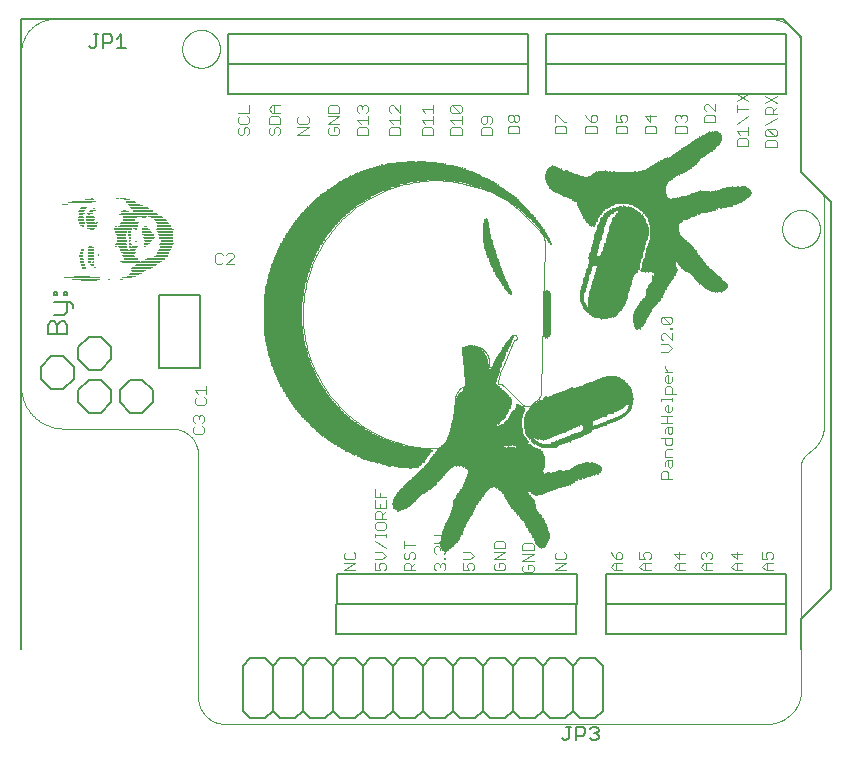
<source format=gto>
G75*
%MOIN*%
%OFA0B0*%
%FSLAX25Y25*%
%IPPOS*%
%LPD*%
%AMOC8*
5,1,8,0,0,1.08239X$1,22.5*
%
%ADD10C,0.00000*%
%ADD11C,0.00600*%
%ADD12C,0.00300*%
%ADD13C,0.00500*%
%ADD14R,0.00200X0.00400*%
%ADD15R,0.00200X0.01800*%
%ADD16R,0.00200X0.02200*%
%ADD17R,0.00200X0.02800*%
%ADD18R,0.00200X0.03000*%
%ADD19R,0.00200X0.03200*%
%ADD20R,0.00200X0.03600*%
%ADD21R,0.00200X0.04200*%
%ADD22R,0.00200X0.04400*%
%ADD23R,0.00200X0.04600*%
%ADD24R,0.00200X0.04800*%
%ADD25R,0.00200X0.05000*%
%ADD26R,0.00200X0.05200*%
%ADD27R,0.00200X0.05400*%
%ADD28R,0.00200X0.05600*%
%ADD29R,0.00200X0.05800*%
%ADD30R,0.00200X0.06000*%
%ADD31R,0.00200X0.06200*%
%ADD32R,0.00200X0.06400*%
%ADD33R,0.00200X0.06600*%
%ADD34R,0.00200X0.01200*%
%ADD35R,0.00200X0.01400*%
%ADD36R,0.00200X0.02400*%
%ADD37R,0.00200X0.06800*%
%ADD38R,0.00200X0.03400*%
%ADD39R,0.00200X0.04000*%
%ADD40R,0.00200X0.02000*%
%ADD41R,0.00200X0.07000*%
%ADD42R,0.00200X0.07200*%
%ADD43R,0.00200X0.07400*%
%ADD44R,0.00200X0.07600*%
%ADD45R,0.00200X0.07800*%
%ADD46R,0.00200X0.08000*%
%ADD47R,0.00200X0.08200*%
%ADD48R,0.00200X0.08600*%
%ADD49R,0.00200X0.08400*%
%ADD50R,0.00200X0.08800*%
%ADD51R,0.00200X0.09000*%
%ADD52R,0.00200X0.09200*%
%ADD53R,0.00200X0.09400*%
%ADD54R,0.00200X0.09600*%
%ADD55R,0.00200X0.10000*%
%ADD56R,0.00200X0.09800*%
%ADD57R,0.00200X0.10200*%
%ADD58R,0.00200X0.10400*%
%ADD59R,0.00200X0.10600*%
%ADD60R,0.00200X0.10800*%
%ADD61R,0.00200X0.11000*%
%ADD62R,0.00200X0.11400*%
%ADD63R,0.00200X0.22200*%
%ADD64R,0.00200X0.00600*%
%ADD65R,0.00200X0.21800*%
%ADD66R,0.00200X0.21600*%
%ADD67R,0.00200X0.21400*%
%ADD68R,0.00200X0.25800*%
%ADD69R,0.00200X0.26200*%
%ADD70R,0.00200X0.26400*%
%ADD71R,0.00200X0.26800*%
%ADD72R,0.00200X0.27200*%
%ADD73R,0.00200X0.27400*%
%ADD74R,0.00200X0.27600*%
%ADD75R,0.00200X0.28000*%
%ADD76R,0.00200X0.28200*%
%ADD77R,0.00200X0.28600*%
%ADD78R,0.00200X0.29200*%
%ADD79R,0.00200X0.29800*%
%ADD80R,0.00200X0.11600*%
%ADD81R,0.00200X0.18600*%
%ADD82R,0.00200X0.32000*%
%ADD83R,0.00200X0.44200*%
%ADD84R,0.00200X0.13400*%
%ADD85R,0.00200X0.30400*%
%ADD86R,0.00200X0.44400*%
%ADD87R,0.00200X0.45400*%
%ADD88R,0.00200X0.45600*%
%ADD89R,0.00200X0.46000*%
%ADD90R,0.00200X0.46200*%
%ADD91R,0.00200X0.46400*%
%ADD92R,0.00200X0.46600*%
%ADD93R,0.00200X0.46800*%
%ADD94R,0.00200X0.47000*%
%ADD95R,0.00200X0.47200*%
%ADD96R,0.00200X0.47400*%
%ADD97R,0.00200X0.47600*%
%ADD98R,0.00200X0.36400*%
%ADD99R,0.00200X0.36000*%
%ADD100R,0.00200X0.35800*%
%ADD101R,0.00200X0.35600*%
%ADD102R,0.00200X0.35200*%
%ADD103R,0.00200X0.19200*%
%ADD104R,0.00200X0.17800*%
%ADD105R,0.00200X0.17600*%
%ADD106R,0.00200X0.16600*%
%ADD107R,0.00200X0.16200*%
%ADD108R,0.00200X0.16000*%
%ADD109R,0.00200X0.15400*%
%ADD110R,0.00200X0.15000*%
%ADD111R,0.00200X0.14600*%
%ADD112R,0.00200X0.14400*%
%ADD113R,0.00200X0.11800*%
%ADD114R,0.00200X0.14200*%
%ADD115R,0.00200X0.12800*%
%ADD116R,0.00200X0.14000*%
%ADD117R,0.00200X0.13600*%
%ADD118R,0.00200X0.14800*%
%ADD119R,0.00200X0.00200*%
%ADD120R,0.00200X0.16400*%
%ADD121R,0.00200X0.13200*%
%ADD122R,0.00200X0.17200*%
%ADD123R,0.00200X0.12600*%
%ADD124R,0.00200X0.19400*%
%ADD125R,0.00200X0.20200*%
%ADD126R,0.00200X0.12200*%
%ADD127R,0.00200X0.20400*%
%ADD128R,0.00200X0.21000*%
%ADD129R,0.00200X0.12000*%
%ADD130R,0.00200X0.22600*%
%ADD131R,0.00200X0.00800*%
%ADD132R,0.00200X0.23000*%
%ADD133R,0.00200X0.11200*%
%ADD134R,0.00200X0.03800*%
%ADD135R,0.00200X0.24000*%
%ADD136R,0.00200X0.25000*%
%ADD137R,0.00200X0.26000*%
%ADD138R,0.00200X0.27800*%
%ADD139R,0.00200X0.01600*%
%ADD140R,0.00200X0.29000*%
%ADD141R,0.00200X0.29600*%
%ADD142R,0.00200X0.31200*%
%ADD143R,0.00200X0.32400*%
%ADD144R,0.00200X0.32800*%
%ADD145R,0.00200X0.33400*%
%ADD146R,0.00200X0.33800*%
%ADD147R,0.00200X0.34200*%
%ADD148R,0.00200X0.34600*%
%ADD149R,0.00200X0.34800*%
%ADD150R,0.00200X0.35000*%
%ADD151R,0.00200X0.01000*%
%ADD152R,0.00200X0.35400*%
%ADD153R,0.00200X0.33600*%
%ADD154R,0.00200X0.12400*%
%ADD155R,0.00200X0.33200*%
%ADD156R,0.00200X0.33000*%
%ADD157R,0.00200X0.32200*%
%ADD158R,0.00200X0.30800*%
%ADD159R,0.00200X0.29400*%
%ADD160R,0.00200X0.28800*%
%ADD161R,0.00200X0.13000*%
%ADD162R,0.00200X0.26600*%
%ADD163R,0.00200X0.25600*%
%ADD164R,0.00200X0.25200*%
%ADD165R,0.00200X0.24800*%
%ADD166R,0.00200X0.24200*%
%ADD167R,0.00200X0.23600*%
%ADD168R,0.00200X0.13800*%
%ADD169R,0.00200X0.22400*%
%ADD170R,0.00200X0.21200*%
%ADD171R,0.00200X0.02600*%
%ADD172R,0.00200X0.15200*%
%ADD173R,0.00200X0.15600*%
%ADD174R,0.00200X0.16800*%
%ADD175R,0.00200X0.17000*%
%ADD176R,0.00200X0.17400*%
%ADD177R,0.00200X0.18000*%
%ADD178R,0.00200X0.15800*%
%ADD179R,0.00200X0.30600*%
%ADD180R,0.00200X0.38000*%
%ADD181R,0.00200X0.37800*%
%ADD182R,0.00200X0.37600*%
%ADD183R,0.00200X0.37400*%
%ADD184R,0.00200X0.37200*%
%ADD185R,0.00200X0.37000*%
%ADD186R,0.00200X0.22800*%
%ADD187R,0.00200X0.20800*%
%ADD188R,0.00200X0.19800*%
%ADD189R,0.00200X0.18800*%
%ADD190R,0.00200X0.22000*%
%ADD191R,0.00200X0.34400*%
%ADD192R,0.00200X0.42200*%
%ADD193R,0.00200X0.41800*%
%ADD194R,0.00200X0.41400*%
%ADD195R,0.00200X0.41200*%
%ADD196R,0.00200X0.40400*%
%ADD197R,0.00200X0.40000*%
%ADD198R,0.00200X0.39600*%
%ADD199R,0.00200X0.40200*%
%ADD200R,0.00200X0.42400*%
%ADD201R,0.00200X0.43800*%
%ADD202R,0.00200X0.44600*%
%ADD203R,0.00200X0.45200*%
%ADD204R,0.00200X0.48400*%
%ADD205R,0.00200X0.48800*%
%ADD206R,0.00200X0.49200*%
%ADD207R,0.00200X0.49800*%
%ADD208R,0.00200X0.50000*%
%ADD209R,0.00200X0.50800*%
%ADD210R,0.00200X0.51000*%
%ADD211R,0.00200X0.51200*%
%ADD212R,0.00200X0.51800*%
%ADD213R,0.00200X0.52400*%
%ADD214R,0.00200X0.52600*%
%ADD215R,0.00200X0.53000*%
%ADD216R,0.00200X0.53600*%
%ADD217R,0.00200X0.53800*%
%ADD218R,0.00200X0.54600*%
%ADD219R,0.00200X0.55000*%
%ADD220R,0.00200X0.55600*%
%ADD221R,0.00200X0.56400*%
%ADD222R,0.00200X0.56600*%
%ADD223R,0.00200X0.56800*%
%ADD224R,0.00200X0.57200*%
%ADD225R,0.00200X0.57400*%
%ADD226R,0.00200X0.57800*%
%ADD227R,0.00200X0.58000*%
%ADD228R,0.00200X0.58600*%
%ADD229R,0.00200X0.41600*%
%ADD230R,0.00200X0.41000*%
%ADD231R,0.00200X0.40800*%
%ADD232R,0.00200X0.40600*%
%ADD233R,0.00200X0.27000*%
%ADD234R,0.00200X0.25400*%
%ADD235R,0.00200X0.24600*%
%ADD236R,0.00200X0.24400*%
%ADD237R,0.00200X0.18200*%
%ADD238R,0.00200X0.18400*%
%ADD239R,0.00200X0.20000*%
%ADD240R,0.00200X0.20600*%
%ADD241R,0.00200X0.23400*%
%ADD242R,0.00200X0.23200*%
%ADD243R,0.00200X0.67600*%
%ADD244R,0.00200X0.67000*%
%ADD245R,0.00200X0.66600*%
%ADD246R,0.00200X0.65800*%
%ADD247R,0.00200X0.65600*%
%ADD248R,0.00200X0.64800*%
%ADD249R,0.00200X0.64200*%
%ADD250R,0.00200X0.63600*%
%ADD251R,0.00200X0.63200*%
%ADD252R,0.00200X0.62600*%
%ADD253R,0.00200X0.62000*%
%ADD254R,0.00200X0.61400*%
%ADD255R,0.00200X0.61200*%
%ADD256R,0.00200X0.60200*%
%ADD257R,0.00200X0.60000*%
%ADD258R,0.00200X0.59600*%
%ADD259R,0.00200X0.58200*%
%ADD260R,0.00200X0.57600*%
%ADD261R,0.00200X0.56000*%
%ADD262R,0.00200X0.54800*%
%ADD263R,0.00200X0.54000*%
%ADD264R,0.00200X0.51400*%
%ADD265R,0.00200X0.50400*%
%ADD266R,0.00200X0.49600*%
%ADD267R,0.00200X0.48600*%
%ADD268R,0.00200X0.48200*%
%ADD269R,0.00200X0.47800*%
%ADD270R,0.00200X0.45000*%
%ADD271R,0.00200X0.43200*%
%ADD272R,0.00200X0.42800*%
%ADD273R,0.00200X0.38800*%
%ADD274R,0.00200X0.38200*%
%ADD275R,0.00200X0.36800*%
%ADD276R,0.00200X0.28400*%
%ADD277R,0.02340X0.00334*%
%ADD278R,0.05660X0.00333*%
%ADD279R,0.09330X0.00333*%
%ADD280R,0.00670X0.00333*%
%ADD281R,0.01000X0.00333*%
%ADD282R,0.12000X0.00334*%
%ADD283R,0.07000X0.00334*%
%ADD284R,0.12000X0.00333*%
%ADD285R,0.03330X0.00333*%
%ADD286R,0.05330X0.00333*%
%ADD287R,0.03000X0.00333*%
%ADD288R,0.03000X0.00334*%
%ADD289R,0.03670X0.00333*%
%ADD290R,0.03660X0.00334*%
%ADD291R,0.04330X0.00333*%
%ADD292R,0.05000X0.00333*%
%ADD293R,0.01000X0.00334*%
%ADD294R,0.06340X0.00334*%
%ADD295R,0.01340X0.00333*%
%ADD296R,0.06660X0.00333*%
%ADD297R,0.07000X0.00333*%
%ADD298R,0.01330X0.00334*%
%ADD299R,0.01660X0.00333*%
%ADD300R,0.01330X0.00333*%
%ADD301R,0.01660X0.00334*%
%ADD302R,0.02670X0.00334*%
%ADD303R,0.07670X0.00334*%
%ADD304R,0.00660X0.00333*%
%ADD305R,0.12660X0.00333*%
%ADD306R,0.00330X0.00333*%
%ADD307R,0.06670X0.00333*%
%ADD308R,0.02000X0.00334*%
%ADD309R,0.00670X0.00334*%
%ADD310R,0.05000X0.00334*%
%ADD311R,0.06660X0.00334*%
%ADD312R,0.02330X0.00333*%
%ADD313R,0.04670X0.00333*%
%ADD314R,0.06340X0.00333*%
%ADD315R,0.04340X0.00333*%
%ADD316R,0.06000X0.00333*%
%ADD317R,0.02330X0.00334*%
%ADD318R,0.04000X0.00334*%
%ADD319R,0.04660X0.00334*%
%ADD320R,0.04000X0.00333*%
%ADD321R,0.01340X0.00334*%
%ADD322R,0.00330X0.00334*%
%ADD323R,0.04330X0.00334*%
%ADD324R,0.02670X0.00333*%
%ADD325R,0.02660X0.00334*%
%ADD326R,0.01670X0.00333*%
%ADD327R,0.02660X0.00333*%
%ADD328R,0.00340X0.00333*%
%ADD329R,0.00340X0.00334*%
%ADD330R,0.03330X0.00334*%
%ADD331R,0.04670X0.00334*%
%ADD332R,0.03660X0.00333*%
%ADD333R,0.03340X0.00334*%
%ADD334R,0.03340X0.00333*%
%ADD335R,0.05340X0.00333*%
%ADD336R,0.05340X0.00334*%
%ADD337R,0.05670X0.00334*%
%ADD338R,0.05670X0.00333*%
%ADD339R,0.02340X0.00333*%
%ADD340R,0.02000X0.00333*%
%ADD341R,0.06330X0.00333*%
%ADD342R,0.01670X0.00334*%
%ADD343R,0.04340X0.00334*%
%ADD344R,0.07670X0.00333*%
%ADD345R,0.00660X0.00334*%
%ADD346R,0.12330X0.00334*%
%ADD347R,0.13000X0.00333*%
%ADD348R,0.12330X0.00333*%
%ADD349R,0.11670X0.00334*%
%ADD350R,0.06000X0.00334*%
%ADD351R,0.05330X0.00334*%
%ADD352R,0.03670X0.00334*%
%ADD353R,0.08000X0.00333*%
%ADD354R,0.08000X0.00334*%
D10*
X0064055Y0017159D02*
X0064055Y0097977D01*
X0064052Y0098190D01*
X0064045Y0098402D01*
X0064032Y0098615D01*
X0064014Y0098827D01*
X0063991Y0099038D01*
X0063963Y0099249D01*
X0063929Y0099459D01*
X0063891Y0099668D01*
X0063848Y0099877D01*
X0063799Y0100084D01*
X0063746Y0100290D01*
X0063687Y0100494D01*
X0063624Y0100697D01*
X0063556Y0100899D01*
X0063483Y0101099D01*
X0063405Y0101297D01*
X0063323Y0101493D01*
X0063235Y0101687D01*
X0063143Y0101878D01*
X0063047Y0102068D01*
X0062946Y0102255D01*
X0062840Y0102440D01*
X0062730Y0102622D01*
X0062615Y0102801D01*
X0062497Y0102978D01*
X0062374Y0103151D01*
X0062247Y0103322D01*
X0062115Y0103489D01*
X0061980Y0103654D01*
X0061841Y0103814D01*
X0061698Y0103972D01*
X0061551Y0104126D01*
X0061401Y0104276D01*
X0061247Y0104423D01*
X0061089Y0104566D01*
X0060929Y0104705D01*
X0060764Y0104840D01*
X0060597Y0104972D01*
X0060426Y0105099D01*
X0060253Y0105222D01*
X0060076Y0105340D01*
X0059897Y0105455D01*
X0059715Y0105565D01*
X0059530Y0105671D01*
X0059343Y0105772D01*
X0059153Y0105868D01*
X0058962Y0105960D01*
X0058768Y0106048D01*
X0058572Y0106130D01*
X0058374Y0106208D01*
X0058174Y0106281D01*
X0057972Y0106349D01*
X0057769Y0106412D01*
X0057565Y0106471D01*
X0057359Y0106524D01*
X0057152Y0106573D01*
X0056943Y0106616D01*
X0056734Y0106654D01*
X0056524Y0106688D01*
X0056313Y0106716D01*
X0056102Y0106739D01*
X0055890Y0106757D01*
X0055677Y0106770D01*
X0055465Y0106777D01*
X0055252Y0106780D01*
X0055252Y0106781D02*
X0019195Y0106781D01*
X0018852Y0106785D01*
X0018509Y0106798D01*
X0018167Y0106818D01*
X0017825Y0106847D01*
X0017484Y0106884D01*
X0017144Y0106930D01*
X0016805Y0106984D01*
X0016468Y0107045D01*
X0016132Y0107115D01*
X0015798Y0107193D01*
X0015466Y0107280D01*
X0015136Y0107374D01*
X0014809Y0107476D01*
X0014484Y0107586D01*
X0014161Y0107703D01*
X0013842Y0107829D01*
X0013526Y0107962D01*
X0013213Y0108103D01*
X0012904Y0108251D01*
X0012598Y0108407D01*
X0012296Y0108570D01*
X0011999Y0108740D01*
X0011705Y0108918D01*
X0011416Y0109102D01*
X0011131Y0109294D01*
X0010851Y0109492D01*
X0010576Y0109697D01*
X0010306Y0109909D01*
X0010041Y0110127D01*
X0009782Y0110351D01*
X0009528Y0110581D01*
X0009280Y0110818D01*
X0009037Y0111061D01*
X0008800Y0111309D01*
X0008570Y0111563D01*
X0008346Y0111822D01*
X0008128Y0112087D01*
X0007916Y0112357D01*
X0007711Y0112632D01*
X0007513Y0112912D01*
X0007321Y0113197D01*
X0007137Y0113486D01*
X0006959Y0113780D01*
X0006789Y0114077D01*
X0006626Y0114379D01*
X0006470Y0114685D01*
X0006322Y0114994D01*
X0006181Y0115307D01*
X0006048Y0115623D01*
X0005922Y0115942D01*
X0005805Y0116265D01*
X0005695Y0116590D01*
X0005593Y0116917D01*
X0005499Y0117247D01*
X0005412Y0117579D01*
X0005334Y0117913D01*
X0005264Y0118249D01*
X0005203Y0118586D01*
X0005149Y0118925D01*
X0005103Y0119265D01*
X0005066Y0119606D01*
X0005037Y0119948D01*
X0005017Y0120290D01*
X0005004Y0120633D01*
X0005000Y0120976D01*
X0005000Y0232153D01*
X0005003Y0232423D01*
X0005013Y0232692D01*
X0005029Y0232962D01*
X0005052Y0233230D01*
X0005081Y0233499D01*
X0005117Y0233766D01*
X0005159Y0234032D01*
X0005208Y0234298D01*
X0005263Y0234562D01*
X0005324Y0234824D01*
X0005392Y0235086D01*
X0005466Y0235345D01*
X0005546Y0235603D01*
X0005633Y0235858D01*
X0005725Y0236111D01*
X0005824Y0236363D01*
X0005929Y0236611D01*
X0006040Y0236857D01*
X0006156Y0237100D01*
X0006279Y0237341D01*
X0006407Y0237578D01*
X0006541Y0237812D01*
X0006680Y0238043D01*
X0006825Y0238270D01*
X0006976Y0238494D01*
X0007132Y0238714D01*
X0007293Y0238931D01*
X0007459Y0239143D01*
X0007631Y0239351D01*
X0007807Y0239555D01*
X0007989Y0239755D01*
X0008175Y0239950D01*
X0008366Y0240141D01*
X0008561Y0240327D01*
X0008761Y0240509D01*
X0008965Y0240685D01*
X0009173Y0240857D01*
X0009385Y0241023D01*
X0009602Y0241184D01*
X0009822Y0241340D01*
X0010046Y0241491D01*
X0010273Y0241636D01*
X0010504Y0241775D01*
X0010738Y0241909D01*
X0010975Y0242037D01*
X0011216Y0242160D01*
X0011459Y0242276D01*
X0011705Y0242387D01*
X0011953Y0242492D01*
X0012205Y0242591D01*
X0012458Y0242683D01*
X0012713Y0242770D01*
X0012971Y0242850D01*
X0013230Y0242924D01*
X0013492Y0242992D01*
X0013754Y0243053D01*
X0014018Y0243108D01*
X0014284Y0243157D01*
X0014550Y0243199D01*
X0014817Y0243235D01*
X0015086Y0243264D01*
X0015354Y0243287D01*
X0015624Y0243303D01*
X0015893Y0243313D01*
X0016163Y0243316D01*
X0254763Y0243316D01*
X0262006Y0240330D02*
X0263110Y0239234D01*
X0265000Y0234691D02*
X0265000Y0192770D01*
X0265293Y0192063D02*
X0271217Y0186214D01*
X0272717Y0182626D02*
X0272717Y0108230D01*
X0272714Y0107959D01*
X0272704Y0107688D01*
X0272687Y0107417D01*
X0272664Y0107147D01*
X0272635Y0106878D01*
X0272598Y0106609D01*
X0272556Y0106341D01*
X0272506Y0106074D01*
X0272451Y0105809D01*
X0272388Y0105545D01*
X0272320Y0105283D01*
X0272245Y0105022D01*
X0272164Y0104763D01*
X0272076Y0104507D01*
X0271982Y0104252D01*
X0271882Y0104000D01*
X0271776Y0103751D01*
X0271664Y0103504D01*
X0271546Y0103260D01*
X0271422Y0103019D01*
X0271292Y0102780D01*
X0271157Y0102546D01*
X0271016Y0102314D01*
X0270869Y0102086D01*
X0270716Y0101862D01*
X0270559Y0101641D01*
X0270396Y0101425D01*
X0270227Y0101212D01*
X0270054Y0101004D01*
X0269875Y0100799D01*
X0269692Y0100600D01*
X0269504Y0100404D01*
X0269311Y0100214D01*
X0269114Y0100028D01*
X0268912Y0099847D01*
X0268705Y0099671D01*
X0268495Y0099500D01*
X0266956Y0098282D01*
X0264843Y0093911D02*
X0264843Y0040427D01*
X0265000Y0019603D01*
X0264997Y0019331D01*
X0264987Y0019060D01*
X0264970Y0018788D01*
X0264947Y0018518D01*
X0264918Y0018247D01*
X0264882Y0017978D01*
X0264839Y0017709D01*
X0264790Y0017442D01*
X0264735Y0017176D01*
X0264673Y0016911D01*
X0264605Y0016648D01*
X0264530Y0016387D01*
X0264450Y0016127D01*
X0264362Y0015870D01*
X0264269Y0015615D01*
X0264170Y0015362D01*
X0264064Y0015111D01*
X0263953Y0014864D01*
X0263835Y0014618D01*
X0263712Y0014376D01*
X0263583Y0014137D01*
X0263448Y0013901D01*
X0263307Y0013669D01*
X0263161Y0013440D01*
X0263009Y0013214D01*
X0262852Y0012992D01*
X0262690Y0012774D01*
X0262522Y0012560D01*
X0262349Y0012350D01*
X0262172Y0012145D01*
X0261989Y0011944D01*
X0261801Y0011747D01*
X0261609Y0011555D01*
X0261412Y0011367D01*
X0261211Y0011184D01*
X0261006Y0011007D01*
X0260796Y0010834D01*
X0260582Y0010666D01*
X0260364Y0010504D01*
X0260142Y0010347D01*
X0259916Y0010195D01*
X0259687Y0010049D01*
X0259455Y0009908D01*
X0259219Y0009773D01*
X0258980Y0009644D01*
X0258738Y0009521D01*
X0258492Y0009403D01*
X0258245Y0009292D01*
X0257994Y0009186D01*
X0257741Y0009087D01*
X0257486Y0008994D01*
X0257229Y0008906D01*
X0256969Y0008826D01*
X0256708Y0008751D01*
X0256445Y0008683D01*
X0256180Y0008621D01*
X0255914Y0008566D01*
X0255647Y0008517D01*
X0255378Y0008474D01*
X0255109Y0008438D01*
X0254838Y0008409D01*
X0254568Y0008386D01*
X0254296Y0008369D01*
X0254025Y0008359D01*
X0253753Y0008356D01*
X0072859Y0008356D01*
X0072646Y0008359D01*
X0072434Y0008366D01*
X0072221Y0008379D01*
X0072009Y0008397D01*
X0071798Y0008420D01*
X0071587Y0008448D01*
X0071377Y0008482D01*
X0071168Y0008520D01*
X0070959Y0008563D01*
X0070752Y0008612D01*
X0070546Y0008665D01*
X0070342Y0008724D01*
X0070139Y0008787D01*
X0069937Y0008855D01*
X0069737Y0008928D01*
X0069539Y0009006D01*
X0069343Y0009088D01*
X0069149Y0009176D01*
X0068958Y0009268D01*
X0068768Y0009364D01*
X0068581Y0009465D01*
X0068396Y0009571D01*
X0068214Y0009681D01*
X0068035Y0009796D01*
X0067858Y0009914D01*
X0067685Y0010037D01*
X0067514Y0010164D01*
X0067347Y0010296D01*
X0067182Y0010431D01*
X0067022Y0010570D01*
X0066864Y0010713D01*
X0066710Y0010860D01*
X0066560Y0011010D01*
X0066413Y0011164D01*
X0066270Y0011322D01*
X0066131Y0011482D01*
X0065996Y0011647D01*
X0065864Y0011814D01*
X0065737Y0011985D01*
X0065614Y0012158D01*
X0065496Y0012335D01*
X0065381Y0012514D01*
X0065271Y0012696D01*
X0065165Y0012881D01*
X0065064Y0013068D01*
X0064968Y0013258D01*
X0064876Y0013449D01*
X0064788Y0013643D01*
X0064706Y0013839D01*
X0064628Y0014037D01*
X0064555Y0014237D01*
X0064487Y0014439D01*
X0064424Y0014642D01*
X0064365Y0014846D01*
X0064312Y0015052D01*
X0064263Y0015259D01*
X0064220Y0015468D01*
X0064182Y0015677D01*
X0064148Y0015887D01*
X0064120Y0016098D01*
X0064097Y0016309D01*
X0064079Y0016521D01*
X0064066Y0016734D01*
X0064059Y0016946D01*
X0064056Y0017159D01*
X0143000Y0100155D02*
X0143121Y0100156D01*
X0143242Y0100160D01*
X0143363Y0100167D01*
X0143484Y0100179D01*
X0143604Y0100194D01*
X0143723Y0100214D01*
X0143842Y0100237D01*
X0143960Y0100264D01*
X0144077Y0100294D01*
X0144193Y0100328D01*
X0144308Y0100366D01*
X0144422Y0100408D01*
X0144534Y0100453D01*
X0144645Y0100502D01*
X0144754Y0100554D01*
X0144862Y0100609D01*
X0144968Y0100668D01*
X0145072Y0100731D01*
X0145173Y0100796D01*
X0145273Y0100865D01*
X0145370Y0100937D01*
X0145465Y0101012D01*
X0145558Y0101089D01*
X0145648Y0101170D01*
X0145736Y0101254D01*
X0145821Y0101340D01*
X0145903Y0101429D01*
X0145982Y0101521D01*
X0146058Y0101615D01*
X0146131Y0101711D01*
X0146202Y0101810D01*
X0146269Y0101911D01*
X0146332Y0102014D01*
X0146393Y0102118D01*
X0146450Y0102225D01*
X0146504Y0102334D01*
X0146554Y0102444D01*
X0146600Y0102556D01*
X0149600Y0116355D02*
X0149609Y0116500D01*
X0149622Y0116644D01*
X0149639Y0116788D01*
X0149659Y0116931D01*
X0149684Y0117074D01*
X0149712Y0117216D01*
X0149744Y0117357D01*
X0149780Y0117497D01*
X0149820Y0117636D01*
X0149863Y0117774D01*
X0149910Y0117911D01*
X0149961Y0118047D01*
X0150016Y0118181D01*
X0150074Y0118314D01*
X0150136Y0118444D01*
X0150201Y0118574D01*
X0150270Y0118701D01*
X0150342Y0118827D01*
X0150417Y0118950D01*
X0150496Y0119072D01*
X0150578Y0119191D01*
X0150664Y0119308D01*
X0150752Y0119422D01*
X0150844Y0119535D01*
X0150938Y0119644D01*
X0151035Y0119751D01*
X0151136Y0119856D01*
X0151239Y0119957D01*
X0151345Y0120056D01*
X0151453Y0120152D01*
X0151564Y0120245D01*
X0151677Y0120335D01*
X0151793Y0120422D01*
X0151911Y0120505D01*
X0152032Y0120586D01*
X0152154Y0120663D01*
X0152279Y0120737D01*
X0152405Y0120807D01*
X0152534Y0120874D01*
X0152664Y0120938D01*
X0152796Y0120997D01*
X0152929Y0121054D01*
X0153064Y0121106D01*
X0153200Y0121155D01*
X0153200Y0121156D02*
X0153200Y0124156D01*
X0153153Y0124158D01*
X0153106Y0124163D01*
X0153060Y0124173D01*
X0153015Y0124185D01*
X0152970Y0124202D01*
X0152928Y0124221D01*
X0152887Y0124244D01*
X0152847Y0124271D01*
X0152810Y0124300D01*
X0152776Y0124332D01*
X0152744Y0124366D01*
X0152715Y0124403D01*
X0152688Y0124443D01*
X0152665Y0124484D01*
X0152646Y0124526D01*
X0152629Y0124571D01*
X0152617Y0124616D01*
X0152607Y0124662D01*
X0152602Y0124709D01*
X0152600Y0124756D01*
X0152600Y0130756D01*
X0152598Y0130803D01*
X0152593Y0130850D01*
X0152583Y0130896D01*
X0152571Y0130941D01*
X0152554Y0130986D01*
X0152535Y0131028D01*
X0152512Y0131069D01*
X0152485Y0131109D01*
X0152456Y0131146D01*
X0152424Y0131180D01*
X0152390Y0131212D01*
X0152353Y0131241D01*
X0152313Y0131268D01*
X0152272Y0131291D01*
X0152230Y0131310D01*
X0152185Y0131327D01*
X0152140Y0131339D01*
X0152094Y0131349D01*
X0152047Y0131354D01*
X0152000Y0131356D01*
X0152000Y0131956D01*
X0152002Y0132053D01*
X0152008Y0132149D01*
X0152017Y0132245D01*
X0152031Y0132341D01*
X0152049Y0132436D01*
X0152070Y0132530D01*
X0152095Y0132624D01*
X0152124Y0132716D01*
X0152156Y0132807D01*
X0152192Y0132897D01*
X0152232Y0132985D01*
X0152275Y0133071D01*
X0152322Y0133156D01*
X0152372Y0133239D01*
X0152425Y0133319D01*
X0152481Y0133398D01*
X0152541Y0133474D01*
X0152604Y0133547D01*
X0152669Y0133619D01*
X0152737Y0133687D01*
X0152809Y0133752D01*
X0152882Y0133815D01*
X0152958Y0133875D01*
X0153037Y0133931D01*
X0153117Y0133984D01*
X0153200Y0134034D01*
X0153285Y0134081D01*
X0153371Y0134124D01*
X0153459Y0134164D01*
X0153549Y0134200D01*
X0153640Y0134232D01*
X0153732Y0134261D01*
X0153826Y0134286D01*
X0153920Y0134307D01*
X0154015Y0134325D01*
X0154111Y0134339D01*
X0154207Y0134348D01*
X0154303Y0134354D01*
X0154400Y0134356D01*
X0155600Y0134356D01*
X0155746Y0134354D01*
X0155892Y0134348D01*
X0156038Y0134338D01*
X0156184Y0134324D01*
X0156329Y0134307D01*
X0156474Y0134285D01*
X0156618Y0134259D01*
X0156761Y0134230D01*
X0156903Y0134196D01*
X0157045Y0134159D01*
X0157185Y0134118D01*
X0157324Y0134073D01*
X0157462Y0134025D01*
X0157599Y0133972D01*
X0157734Y0133917D01*
X0157867Y0133857D01*
X0157999Y0133794D01*
X0158129Y0133727D01*
X0158258Y0133657D01*
X0158384Y0133583D01*
X0158508Y0133506D01*
X0158630Y0133426D01*
X0158750Y0133342D01*
X0158868Y0133255D01*
X0158983Y0133165D01*
X0159096Y0133072D01*
X0159206Y0132975D01*
X0159314Y0132876D01*
X0159418Y0132774D01*
X0159520Y0132670D01*
X0159619Y0132562D01*
X0159716Y0132452D01*
X0159809Y0132339D01*
X0159899Y0132224D01*
X0159986Y0132106D01*
X0160070Y0131986D01*
X0160150Y0131864D01*
X0160227Y0131740D01*
X0160301Y0131614D01*
X0160371Y0131485D01*
X0160438Y0131355D01*
X0160501Y0131223D01*
X0160561Y0131090D01*
X0160616Y0130955D01*
X0160669Y0130818D01*
X0160717Y0130680D01*
X0160762Y0130541D01*
X0160803Y0130401D01*
X0160840Y0130259D01*
X0160874Y0130117D01*
X0160903Y0129974D01*
X0160929Y0129830D01*
X0160951Y0129685D01*
X0160968Y0129540D01*
X0160982Y0129394D01*
X0160992Y0129248D01*
X0160998Y0129102D01*
X0161000Y0128956D01*
X0161000Y0127756D01*
X0161600Y0127156D02*
X0161647Y0127158D01*
X0161694Y0127163D01*
X0161740Y0127173D01*
X0161785Y0127185D01*
X0161830Y0127202D01*
X0161872Y0127221D01*
X0161913Y0127244D01*
X0161953Y0127271D01*
X0161990Y0127300D01*
X0162024Y0127332D01*
X0162056Y0127366D01*
X0162085Y0127403D01*
X0162112Y0127443D01*
X0162135Y0127484D01*
X0162154Y0127526D01*
X0162171Y0127571D01*
X0162183Y0127616D01*
X0162193Y0127662D01*
X0162198Y0127709D01*
X0162200Y0127756D01*
X0161600Y0127156D02*
X0161553Y0127158D01*
X0161506Y0127163D01*
X0161460Y0127173D01*
X0161415Y0127185D01*
X0161370Y0127202D01*
X0161328Y0127221D01*
X0161287Y0127244D01*
X0161247Y0127271D01*
X0161210Y0127300D01*
X0161176Y0127332D01*
X0161144Y0127366D01*
X0161115Y0127403D01*
X0161088Y0127443D01*
X0161065Y0127484D01*
X0161046Y0127526D01*
X0161029Y0127571D01*
X0161017Y0127616D01*
X0161007Y0127662D01*
X0161002Y0127709D01*
X0161000Y0127756D01*
X0162533Y0128855D02*
X0168200Y0137356D01*
X0169400Y0137956D02*
X0169459Y0137950D01*
X0169518Y0137941D01*
X0169576Y0137928D01*
X0169633Y0137912D01*
X0169688Y0137891D01*
X0169743Y0137867D01*
X0169795Y0137839D01*
X0169846Y0137808D01*
X0169894Y0137774D01*
X0169940Y0137737D01*
X0169984Y0137696D01*
X0170025Y0137653D01*
X0170062Y0137608D01*
X0170097Y0137559D01*
X0170129Y0137509D01*
X0170157Y0137457D01*
X0170182Y0137403D01*
X0170203Y0137347D01*
X0170220Y0137291D01*
X0170233Y0137233D01*
X0170243Y0137174D01*
X0170249Y0137115D01*
X0170251Y0137056D01*
X0170249Y0136997D01*
X0170243Y0136938D01*
X0170233Y0136879D01*
X0170220Y0136821D01*
X0170203Y0136765D01*
X0170182Y0136709D01*
X0170157Y0136655D01*
X0170129Y0136603D01*
X0170097Y0136553D01*
X0170062Y0136504D01*
X0170025Y0136459D01*
X0169984Y0136416D01*
X0169940Y0136375D01*
X0169894Y0136338D01*
X0169846Y0136304D01*
X0169795Y0136273D01*
X0169743Y0136245D01*
X0169688Y0136221D01*
X0169633Y0136200D01*
X0169576Y0136184D01*
X0169518Y0136171D01*
X0169459Y0136162D01*
X0169400Y0136156D01*
X0165200Y0126556D01*
X0162200Y0127756D02*
X0162202Y0127839D01*
X0162207Y0127922D01*
X0162216Y0128005D01*
X0162228Y0128087D01*
X0162244Y0128169D01*
X0162263Y0128250D01*
X0162285Y0128330D01*
X0162311Y0128409D01*
X0162340Y0128487D01*
X0162372Y0128564D01*
X0162408Y0128639D01*
X0162446Y0128713D01*
X0162488Y0128785D01*
X0162533Y0128855D01*
X0166049Y0120907D02*
X0172169Y0114787D01*
X0172170Y0114787D02*
X0172235Y0114724D01*
X0172303Y0114664D01*
X0172373Y0114607D01*
X0172445Y0114553D01*
X0172520Y0114503D01*
X0172597Y0114455D01*
X0172675Y0114410D01*
X0172756Y0114369D01*
X0172838Y0114332D01*
X0172922Y0114297D01*
X0173007Y0114267D01*
X0173093Y0114240D01*
X0173180Y0114216D01*
X0173268Y0114196D01*
X0173357Y0114180D01*
X0173447Y0114168D01*
X0173537Y0114159D01*
X0173627Y0114154D01*
X0173717Y0114153D01*
X0173808Y0114156D01*
X0173898Y0114162D01*
X0173988Y0114172D01*
X0174077Y0114186D01*
X0174166Y0114204D01*
X0174253Y0114225D01*
X0174340Y0114250D01*
X0174426Y0114279D01*
X0174510Y0114311D01*
X0174593Y0114347D01*
X0174675Y0114386D01*
X0174755Y0114428D01*
X0174833Y0114474D01*
X0174909Y0114523D01*
X0174983Y0114575D01*
X0175054Y0114630D01*
X0175123Y0114688D01*
X0177241Y0116542D01*
X0178435Y0119095D02*
X0179558Y0168521D01*
X0179559Y0168521D02*
X0179560Y0168669D01*
X0179558Y0168817D01*
X0179551Y0168964D01*
X0179541Y0169112D01*
X0179527Y0169259D01*
X0179509Y0169405D01*
X0179488Y0169551D01*
X0179462Y0169697D01*
X0179433Y0169842D01*
X0179400Y0169985D01*
X0179364Y0170129D01*
X0179323Y0170271D01*
X0179279Y0170411D01*
X0179231Y0170551D01*
X0179180Y0170690D01*
X0179125Y0170827D01*
X0179067Y0170962D01*
X0179005Y0171096D01*
X0178939Y0171229D01*
X0178870Y0171359D01*
X0178798Y0171488D01*
X0178722Y0171615D01*
X0178643Y0171740D01*
X0178561Y0171862D01*
X0178476Y0171983D01*
X0178387Y0172101D01*
X0178296Y0172217D01*
X0178201Y0172331D01*
X0178104Y0172442D01*
X0178004Y0172550D01*
X0177901Y0172656D01*
X0177901Y0172655D02*
X0171200Y0179356D01*
X0159200Y0186556D02*
X0152600Y0188356D01*
X0159200Y0186556D02*
X0159874Y0186342D01*
X0160542Y0186112D01*
X0161204Y0185865D01*
X0161860Y0185602D01*
X0162509Y0185323D01*
X0163152Y0185028D01*
X0163787Y0184718D01*
X0164414Y0184392D01*
X0165033Y0184051D01*
X0165643Y0183695D01*
X0166245Y0183324D01*
X0166837Y0182938D01*
X0167420Y0182538D01*
X0167992Y0182124D01*
X0168555Y0181696D01*
X0169106Y0181254D01*
X0169647Y0180799D01*
X0170176Y0180331D01*
X0170694Y0179850D01*
X0171200Y0179356D01*
X0152600Y0188356D02*
X0151799Y0188564D01*
X0150993Y0188753D01*
X0150182Y0188922D01*
X0149368Y0189071D01*
X0148550Y0189200D01*
X0147729Y0189309D01*
X0146906Y0189399D01*
X0146081Y0189468D01*
X0145255Y0189518D01*
X0144428Y0189547D01*
X0143600Y0189556D01*
X0143600Y0189555D02*
X0142508Y0189540D01*
X0141417Y0189499D01*
X0140328Y0189431D01*
X0139240Y0189337D01*
X0138155Y0189216D01*
X0137074Y0189068D01*
X0135996Y0188895D01*
X0134923Y0188695D01*
X0133855Y0188468D01*
X0132793Y0188216D01*
X0131737Y0187938D01*
X0130689Y0187634D01*
X0129648Y0187305D01*
X0128615Y0186950D01*
X0127592Y0186571D01*
X0126578Y0186166D01*
X0125574Y0185737D01*
X0124581Y0185283D01*
X0123600Y0184806D01*
X0122630Y0184304D01*
X0121673Y0183779D01*
X0120729Y0183231D01*
X0119799Y0182660D01*
X0118883Y0182066D01*
X0117982Y0181450D01*
X0117096Y0180812D01*
X0116225Y0180153D01*
X0115372Y0179473D01*
X0114535Y0178772D01*
X0113715Y0178051D01*
X0112913Y0177310D01*
X0112130Y0176550D01*
X0111365Y0175771D01*
X0110620Y0174973D01*
X0109894Y0174158D01*
X0109189Y0173325D01*
X0108504Y0172475D01*
X0107840Y0171608D01*
X0107197Y0170726D01*
X0106576Y0169828D01*
X0105978Y0168915D01*
X0105401Y0167988D01*
X0104848Y0167047D01*
X0104317Y0166093D01*
X0103810Y0165126D01*
X0103327Y0164147D01*
X0102868Y0163157D01*
X0102433Y0162156D01*
X0102023Y0161144D01*
X0101638Y0160123D01*
X0101277Y0159092D01*
X0100942Y0158053D01*
X0100633Y0157006D01*
X0100349Y0155952D01*
X0100091Y0154892D01*
X0099859Y0153825D01*
X0099653Y0152753D01*
X0099473Y0151676D01*
X0099319Y0150595D01*
X0099192Y0149511D01*
X0099092Y0148424D01*
X0099018Y0147335D01*
X0098971Y0146244D01*
X0098950Y0145153D01*
X0098956Y0144061D01*
X0098989Y0142970D01*
X0099048Y0141880D01*
X0099134Y0140792D01*
X0099246Y0139706D01*
X0099385Y0138623D01*
X0099551Y0137544D01*
X0099742Y0136470D01*
X0099960Y0135400D01*
X0100204Y0134336D01*
X0100474Y0133278D01*
X0100769Y0132227D01*
X0101090Y0131184D01*
X0101437Y0130149D01*
X0101808Y0129122D01*
X0102205Y0128105D01*
X0102626Y0127098D01*
X0103072Y0126102D01*
X0103542Y0125116D01*
X0104036Y0124143D01*
X0104553Y0123182D01*
X0105094Y0122234D01*
X0105658Y0121299D01*
X0106245Y0120378D01*
X0106853Y0119472D01*
X0107484Y0118581D01*
X0108136Y0117706D01*
X0108810Y0116847D01*
X0109504Y0116004D01*
X0110219Y0115179D01*
X0110953Y0114371D01*
X0111707Y0113582D01*
X0112480Y0112811D01*
X0113272Y0112060D01*
X0114082Y0111328D01*
X0114909Y0110616D01*
X0115754Y0109924D01*
X0116615Y0109253D01*
X0117493Y0108604D01*
X0118386Y0107976D01*
X0119294Y0107370D01*
X0120216Y0106786D01*
X0121153Y0106225D01*
X0122103Y0105688D01*
X0123065Y0105173D01*
X0124040Y0104682D01*
X0125027Y0104215D01*
X0126025Y0103773D01*
X0127033Y0103355D01*
X0128052Y0102961D01*
X0129079Y0102593D01*
X0130116Y0102249D01*
X0131160Y0101932D01*
X0132212Y0101639D01*
X0133270Y0101373D01*
X0134335Y0101132D01*
X0135405Y0100918D01*
X0136481Y0100730D01*
X0137560Y0100568D01*
X0138644Y0100432D01*
X0139730Y0100323D01*
X0140818Y0100241D01*
X0141908Y0100185D01*
X0143000Y0100156D01*
X0164000Y0121756D02*
X0164103Y0121754D01*
X0164207Y0121749D01*
X0164310Y0121739D01*
X0164412Y0121727D01*
X0164514Y0121710D01*
X0164616Y0121690D01*
X0164716Y0121666D01*
X0164816Y0121639D01*
X0164915Y0121608D01*
X0165012Y0121573D01*
X0165109Y0121535D01*
X0165203Y0121494D01*
X0165297Y0121450D01*
X0165388Y0121402D01*
X0165478Y0121350D01*
X0165566Y0121296D01*
X0165652Y0121239D01*
X0165736Y0121178D01*
X0165818Y0121115D01*
X0165897Y0121048D01*
X0165974Y0120979D01*
X0166048Y0120907D01*
X0177241Y0116542D02*
X0177327Y0116620D01*
X0177411Y0116700D01*
X0177491Y0116784D01*
X0177569Y0116870D01*
X0177644Y0116958D01*
X0177716Y0117049D01*
X0177785Y0117143D01*
X0177851Y0117238D01*
X0177914Y0117336D01*
X0177973Y0117436D01*
X0178029Y0117537D01*
X0178082Y0117641D01*
X0178131Y0117746D01*
X0178176Y0117853D01*
X0178219Y0117961D01*
X0178257Y0118070D01*
X0178292Y0118181D01*
X0178323Y0118293D01*
X0178350Y0118406D01*
X0178374Y0118519D01*
X0178394Y0118634D01*
X0178410Y0118748D01*
X0178422Y0118864D01*
X0178431Y0118980D01*
X0178435Y0119096D01*
X0164000Y0121756D02*
X0164031Y0122110D01*
X0164072Y0122462D01*
X0164120Y0122814D01*
X0164177Y0123165D01*
X0164243Y0123514D01*
X0164316Y0123861D01*
X0164398Y0124206D01*
X0164488Y0124550D01*
X0164587Y0124891D01*
X0164693Y0125230D01*
X0164808Y0125566D01*
X0164931Y0125899D01*
X0165061Y0126229D01*
X0165200Y0126556D01*
X0168200Y0137356D02*
X0168240Y0137413D01*
X0168284Y0137469D01*
X0168330Y0137521D01*
X0168379Y0137572D01*
X0168430Y0137620D01*
X0168484Y0137665D01*
X0168540Y0137707D01*
X0168598Y0137746D01*
X0168658Y0137782D01*
X0168720Y0137815D01*
X0168784Y0137845D01*
X0168849Y0137871D01*
X0168915Y0137894D01*
X0168983Y0137914D01*
X0169051Y0137930D01*
X0169120Y0137942D01*
X0169190Y0137951D01*
X0169260Y0137956D01*
X0169330Y0137958D01*
X0169400Y0137956D01*
X0149600Y0116355D02*
X0149539Y0115344D01*
X0149455Y0114334D01*
X0149346Y0113326D01*
X0149214Y0112322D01*
X0149058Y0111320D01*
X0148878Y0110323D01*
X0148674Y0109330D01*
X0148447Y0108343D01*
X0148197Y0107361D01*
X0147923Y0106385D01*
X0147627Y0105416D01*
X0147307Y0104455D01*
X0146965Y0103501D01*
X0146600Y0102555D01*
X0258700Y0173356D02*
X0258702Y0173514D01*
X0258708Y0173673D01*
X0258718Y0173831D01*
X0258732Y0173988D01*
X0258750Y0174146D01*
X0258771Y0174302D01*
X0258797Y0174459D01*
X0258827Y0174614D01*
X0258860Y0174769D01*
X0258898Y0174923D01*
X0258939Y0175076D01*
X0258984Y0175227D01*
X0259033Y0175378D01*
X0259086Y0175527D01*
X0259142Y0175675D01*
X0259203Y0175822D01*
X0259266Y0175967D01*
X0259334Y0176110D01*
X0259405Y0176251D01*
X0259479Y0176391D01*
X0259557Y0176529D01*
X0259639Y0176665D01*
X0259724Y0176798D01*
X0259812Y0176930D01*
X0259903Y0177059D01*
X0259998Y0177186D01*
X0260096Y0177310D01*
X0260197Y0177432D01*
X0260301Y0177552D01*
X0260407Y0177669D01*
X0260517Y0177783D01*
X0260630Y0177894D01*
X0260745Y0178002D01*
X0260864Y0178108D01*
X0260984Y0178210D01*
X0261107Y0178310D01*
X0261233Y0178406D01*
X0261361Y0178499D01*
X0261492Y0178589D01*
X0261624Y0178675D01*
X0261759Y0178758D01*
X0261896Y0178838D01*
X0262035Y0178914D01*
X0262175Y0178987D01*
X0262318Y0179056D01*
X0262462Y0179122D01*
X0262607Y0179184D01*
X0262755Y0179242D01*
X0262903Y0179297D01*
X0263053Y0179348D01*
X0263204Y0179395D01*
X0263357Y0179438D01*
X0263510Y0179477D01*
X0263664Y0179513D01*
X0263819Y0179544D01*
X0263975Y0179572D01*
X0264132Y0179596D01*
X0264289Y0179616D01*
X0264447Y0179632D01*
X0264604Y0179644D01*
X0264763Y0179652D01*
X0264921Y0179656D01*
X0265079Y0179656D01*
X0265237Y0179652D01*
X0265396Y0179644D01*
X0265553Y0179632D01*
X0265711Y0179616D01*
X0265868Y0179596D01*
X0266025Y0179572D01*
X0266181Y0179544D01*
X0266336Y0179513D01*
X0266490Y0179477D01*
X0266643Y0179438D01*
X0266796Y0179395D01*
X0266947Y0179348D01*
X0267097Y0179297D01*
X0267245Y0179242D01*
X0267393Y0179184D01*
X0267538Y0179122D01*
X0267682Y0179056D01*
X0267825Y0178987D01*
X0267965Y0178914D01*
X0268104Y0178838D01*
X0268241Y0178758D01*
X0268376Y0178675D01*
X0268508Y0178589D01*
X0268639Y0178499D01*
X0268767Y0178406D01*
X0268893Y0178310D01*
X0269016Y0178210D01*
X0269136Y0178108D01*
X0269255Y0178002D01*
X0269370Y0177894D01*
X0269483Y0177783D01*
X0269593Y0177669D01*
X0269699Y0177552D01*
X0269803Y0177432D01*
X0269904Y0177310D01*
X0270002Y0177186D01*
X0270097Y0177059D01*
X0270188Y0176930D01*
X0270276Y0176798D01*
X0270361Y0176665D01*
X0270443Y0176529D01*
X0270521Y0176391D01*
X0270595Y0176251D01*
X0270666Y0176110D01*
X0270734Y0175967D01*
X0270797Y0175822D01*
X0270858Y0175675D01*
X0270914Y0175527D01*
X0270967Y0175378D01*
X0271016Y0175227D01*
X0271061Y0175076D01*
X0271102Y0174923D01*
X0271140Y0174769D01*
X0271173Y0174614D01*
X0271203Y0174459D01*
X0271229Y0174302D01*
X0271250Y0174146D01*
X0271268Y0173988D01*
X0271282Y0173831D01*
X0271292Y0173673D01*
X0271298Y0173514D01*
X0271300Y0173356D01*
X0271298Y0173198D01*
X0271292Y0173039D01*
X0271282Y0172881D01*
X0271268Y0172724D01*
X0271250Y0172566D01*
X0271229Y0172410D01*
X0271203Y0172253D01*
X0271173Y0172098D01*
X0271140Y0171943D01*
X0271102Y0171789D01*
X0271061Y0171636D01*
X0271016Y0171485D01*
X0270967Y0171334D01*
X0270914Y0171185D01*
X0270858Y0171037D01*
X0270797Y0170890D01*
X0270734Y0170745D01*
X0270666Y0170602D01*
X0270595Y0170461D01*
X0270521Y0170321D01*
X0270443Y0170183D01*
X0270361Y0170047D01*
X0270276Y0169914D01*
X0270188Y0169782D01*
X0270097Y0169653D01*
X0270002Y0169526D01*
X0269904Y0169402D01*
X0269803Y0169280D01*
X0269699Y0169160D01*
X0269593Y0169043D01*
X0269483Y0168929D01*
X0269370Y0168818D01*
X0269255Y0168710D01*
X0269136Y0168604D01*
X0269016Y0168502D01*
X0268893Y0168402D01*
X0268767Y0168306D01*
X0268639Y0168213D01*
X0268508Y0168123D01*
X0268376Y0168037D01*
X0268241Y0167954D01*
X0268104Y0167874D01*
X0267965Y0167798D01*
X0267825Y0167725D01*
X0267682Y0167656D01*
X0267538Y0167590D01*
X0267393Y0167528D01*
X0267245Y0167470D01*
X0267097Y0167415D01*
X0266947Y0167364D01*
X0266796Y0167317D01*
X0266643Y0167274D01*
X0266490Y0167235D01*
X0266336Y0167199D01*
X0266181Y0167168D01*
X0266025Y0167140D01*
X0265868Y0167116D01*
X0265711Y0167096D01*
X0265553Y0167080D01*
X0265396Y0167068D01*
X0265237Y0167060D01*
X0265079Y0167056D01*
X0264921Y0167056D01*
X0264763Y0167060D01*
X0264604Y0167068D01*
X0264447Y0167080D01*
X0264289Y0167096D01*
X0264132Y0167116D01*
X0263975Y0167140D01*
X0263819Y0167168D01*
X0263664Y0167199D01*
X0263510Y0167235D01*
X0263357Y0167274D01*
X0263204Y0167317D01*
X0263053Y0167364D01*
X0262903Y0167415D01*
X0262755Y0167470D01*
X0262607Y0167528D01*
X0262462Y0167590D01*
X0262318Y0167656D01*
X0262175Y0167725D01*
X0262035Y0167798D01*
X0261896Y0167874D01*
X0261759Y0167954D01*
X0261624Y0168037D01*
X0261492Y0168123D01*
X0261361Y0168213D01*
X0261233Y0168306D01*
X0261107Y0168402D01*
X0260984Y0168502D01*
X0260864Y0168604D01*
X0260745Y0168710D01*
X0260630Y0168818D01*
X0260517Y0168929D01*
X0260407Y0169043D01*
X0260301Y0169160D01*
X0260197Y0169280D01*
X0260096Y0169402D01*
X0259998Y0169526D01*
X0259903Y0169653D01*
X0259812Y0169782D01*
X0259724Y0169914D01*
X0259639Y0170047D01*
X0259557Y0170183D01*
X0259479Y0170321D01*
X0259405Y0170461D01*
X0259334Y0170602D01*
X0259266Y0170745D01*
X0259203Y0170890D01*
X0259142Y0171037D01*
X0259086Y0171185D01*
X0259033Y0171334D01*
X0258984Y0171485D01*
X0258939Y0171636D01*
X0258898Y0171789D01*
X0258860Y0171943D01*
X0258827Y0172098D01*
X0258797Y0172253D01*
X0258771Y0172410D01*
X0258750Y0172566D01*
X0258732Y0172724D01*
X0258718Y0172881D01*
X0258708Y0173039D01*
X0258702Y0173198D01*
X0258700Y0173356D01*
X0272717Y0182626D02*
X0272715Y0182764D01*
X0272709Y0182901D01*
X0272700Y0183039D01*
X0272687Y0183176D01*
X0272670Y0183312D01*
X0272649Y0183448D01*
X0272625Y0183584D01*
X0272597Y0183719D01*
X0272566Y0183853D01*
X0272530Y0183986D01*
X0272491Y0184118D01*
X0272449Y0184249D01*
X0272403Y0184378D01*
X0272353Y0184507D01*
X0272300Y0184634D01*
X0272243Y0184759D01*
X0272184Y0184883D01*
X0272120Y0185005D01*
X0272054Y0185126D01*
X0271984Y0185244D01*
X0271911Y0185361D01*
X0271834Y0185476D01*
X0271755Y0185588D01*
X0271673Y0185699D01*
X0271587Y0185807D01*
X0271499Y0185912D01*
X0271408Y0186015D01*
X0271314Y0186116D01*
X0271217Y0186214D01*
X0265293Y0192063D02*
X0265251Y0192107D01*
X0265213Y0192153D01*
X0265177Y0192202D01*
X0265144Y0192253D01*
X0265115Y0192305D01*
X0265088Y0192360D01*
X0265065Y0192415D01*
X0265045Y0192472D01*
X0265029Y0192531D01*
X0265016Y0192590D01*
X0265007Y0192649D01*
X0265002Y0192710D01*
X0265000Y0192770D01*
X0262006Y0240331D02*
X0261826Y0240506D01*
X0261641Y0240676D01*
X0261452Y0240842D01*
X0261260Y0241003D01*
X0261063Y0241159D01*
X0260863Y0241311D01*
X0260659Y0241458D01*
X0260451Y0241599D01*
X0260241Y0241736D01*
X0260026Y0241867D01*
X0259809Y0241993D01*
X0259589Y0242113D01*
X0259366Y0242229D01*
X0259140Y0242338D01*
X0258911Y0242443D01*
X0258680Y0242541D01*
X0258447Y0242634D01*
X0258211Y0242721D01*
X0257974Y0242803D01*
X0257734Y0242878D01*
X0257493Y0242948D01*
X0257250Y0243012D01*
X0257005Y0243069D01*
X0256760Y0243121D01*
X0256513Y0243167D01*
X0256265Y0243207D01*
X0256016Y0243240D01*
X0255766Y0243268D01*
X0255516Y0243289D01*
X0255265Y0243305D01*
X0255014Y0243314D01*
X0254763Y0243317D01*
X0263110Y0239233D02*
X0263220Y0239121D01*
X0263328Y0239006D01*
X0263433Y0238888D01*
X0263535Y0238767D01*
X0263634Y0238644D01*
X0263730Y0238519D01*
X0263822Y0238391D01*
X0263912Y0238261D01*
X0263998Y0238129D01*
X0264082Y0237995D01*
X0264161Y0237859D01*
X0264238Y0237721D01*
X0264311Y0237581D01*
X0264380Y0237439D01*
X0264446Y0237296D01*
X0264509Y0237151D01*
X0264567Y0237005D01*
X0264623Y0236857D01*
X0264674Y0236708D01*
X0264722Y0236557D01*
X0264766Y0236406D01*
X0264807Y0236253D01*
X0264843Y0236100D01*
X0264876Y0235945D01*
X0264905Y0235790D01*
X0264930Y0235634D01*
X0264951Y0235478D01*
X0264969Y0235321D01*
X0264983Y0235164D01*
X0264992Y0235006D01*
X0264998Y0234849D01*
X0265000Y0234691D01*
X0058700Y0233356D02*
X0058702Y0233514D01*
X0058708Y0233673D01*
X0058718Y0233831D01*
X0058732Y0233988D01*
X0058750Y0234146D01*
X0058771Y0234302D01*
X0058797Y0234459D01*
X0058827Y0234614D01*
X0058860Y0234769D01*
X0058898Y0234923D01*
X0058939Y0235076D01*
X0058984Y0235227D01*
X0059033Y0235378D01*
X0059086Y0235527D01*
X0059142Y0235675D01*
X0059203Y0235822D01*
X0059266Y0235967D01*
X0059334Y0236110D01*
X0059405Y0236251D01*
X0059479Y0236391D01*
X0059557Y0236529D01*
X0059639Y0236665D01*
X0059724Y0236798D01*
X0059812Y0236930D01*
X0059903Y0237059D01*
X0059998Y0237186D01*
X0060096Y0237310D01*
X0060197Y0237432D01*
X0060301Y0237552D01*
X0060407Y0237669D01*
X0060517Y0237783D01*
X0060630Y0237894D01*
X0060745Y0238002D01*
X0060864Y0238108D01*
X0060984Y0238210D01*
X0061107Y0238310D01*
X0061233Y0238406D01*
X0061361Y0238499D01*
X0061492Y0238589D01*
X0061624Y0238675D01*
X0061759Y0238758D01*
X0061896Y0238838D01*
X0062035Y0238914D01*
X0062175Y0238987D01*
X0062318Y0239056D01*
X0062462Y0239122D01*
X0062607Y0239184D01*
X0062755Y0239242D01*
X0062903Y0239297D01*
X0063053Y0239348D01*
X0063204Y0239395D01*
X0063357Y0239438D01*
X0063510Y0239477D01*
X0063664Y0239513D01*
X0063819Y0239544D01*
X0063975Y0239572D01*
X0064132Y0239596D01*
X0064289Y0239616D01*
X0064447Y0239632D01*
X0064604Y0239644D01*
X0064763Y0239652D01*
X0064921Y0239656D01*
X0065079Y0239656D01*
X0065237Y0239652D01*
X0065396Y0239644D01*
X0065553Y0239632D01*
X0065711Y0239616D01*
X0065868Y0239596D01*
X0066025Y0239572D01*
X0066181Y0239544D01*
X0066336Y0239513D01*
X0066490Y0239477D01*
X0066643Y0239438D01*
X0066796Y0239395D01*
X0066947Y0239348D01*
X0067097Y0239297D01*
X0067245Y0239242D01*
X0067393Y0239184D01*
X0067538Y0239122D01*
X0067682Y0239056D01*
X0067825Y0238987D01*
X0067965Y0238914D01*
X0068104Y0238838D01*
X0068241Y0238758D01*
X0068376Y0238675D01*
X0068508Y0238589D01*
X0068639Y0238499D01*
X0068767Y0238406D01*
X0068893Y0238310D01*
X0069016Y0238210D01*
X0069136Y0238108D01*
X0069255Y0238002D01*
X0069370Y0237894D01*
X0069483Y0237783D01*
X0069593Y0237669D01*
X0069699Y0237552D01*
X0069803Y0237432D01*
X0069904Y0237310D01*
X0070002Y0237186D01*
X0070097Y0237059D01*
X0070188Y0236930D01*
X0070276Y0236798D01*
X0070361Y0236665D01*
X0070443Y0236529D01*
X0070521Y0236391D01*
X0070595Y0236251D01*
X0070666Y0236110D01*
X0070734Y0235967D01*
X0070797Y0235822D01*
X0070858Y0235675D01*
X0070914Y0235527D01*
X0070967Y0235378D01*
X0071016Y0235227D01*
X0071061Y0235076D01*
X0071102Y0234923D01*
X0071140Y0234769D01*
X0071173Y0234614D01*
X0071203Y0234459D01*
X0071229Y0234302D01*
X0071250Y0234146D01*
X0071268Y0233988D01*
X0071282Y0233831D01*
X0071292Y0233673D01*
X0071298Y0233514D01*
X0071300Y0233356D01*
X0071298Y0233198D01*
X0071292Y0233039D01*
X0071282Y0232881D01*
X0071268Y0232724D01*
X0071250Y0232566D01*
X0071229Y0232410D01*
X0071203Y0232253D01*
X0071173Y0232098D01*
X0071140Y0231943D01*
X0071102Y0231789D01*
X0071061Y0231636D01*
X0071016Y0231485D01*
X0070967Y0231334D01*
X0070914Y0231185D01*
X0070858Y0231037D01*
X0070797Y0230890D01*
X0070734Y0230745D01*
X0070666Y0230602D01*
X0070595Y0230461D01*
X0070521Y0230321D01*
X0070443Y0230183D01*
X0070361Y0230047D01*
X0070276Y0229914D01*
X0070188Y0229782D01*
X0070097Y0229653D01*
X0070002Y0229526D01*
X0069904Y0229402D01*
X0069803Y0229280D01*
X0069699Y0229160D01*
X0069593Y0229043D01*
X0069483Y0228929D01*
X0069370Y0228818D01*
X0069255Y0228710D01*
X0069136Y0228604D01*
X0069016Y0228502D01*
X0068893Y0228402D01*
X0068767Y0228306D01*
X0068639Y0228213D01*
X0068508Y0228123D01*
X0068376Y0228037D01*
X0068241Y0227954D01*
X0068104Y0227874D01*
X0067965Y0227798D01*
X0067825Y0227725D01*
X0067682Y0227656D01*
X0067538Y0227590D01*
X0067393Y0227528D01*
X0067245Y0227470D01*
X0067097Y0227415D01*
X0066947Y0227364D01*
X0066796Y0227317D01*
X0066643Y0227274D01*
X0066490Y0227235D01*
X0066336Y0227199D01*
X0066181Y0227168D01*
X0066025Y0227140D01*
X0065868Y0227116D01*
X0065711Y0227096D01*
X0065553Y0227080D01*
X0065396Y0227068D01*
X0065237Y0227060D01*
X0065079Y0227056D01*
X0064921Y0227056D01*
X0064763Y0227060D01*
X0064604Y0227068D01*
X0064447Y0227080D01*
X0064289Y0227096D01*
X0064132Y0227116D01*
X0063975Y0227140D01*
X0063819Y0227168D01*
X0063664Y0227199D01*
X0063510Y0227235D01*
X0063357Y0227274D01*
X0063204Y0227317D01*
X0063053Y0227364D01*
X0062903Y0227415D01*
X0062755Y0227470D01*
X0062607Y0227528D01*
X0062462Y0227590D01*
X0062318Y0227656D01*
X0062175Y0227725D01*
X0062035Y0227798D01*
X0061896Y0227874D01*
X0061759Y0227954D01*
X0061624Y0228037D01*
X0061492Y0228123D01*
X0061361Y0228213D01*
X0061233Y0228306D01*
X0061107Y0228402D01*
X0060984Y0228502D01*
X0060864Y0228604D01*
X0060745Y0228710D01*
X0060630Y0228818D01*
X0060517Y0228929D01*
X0060407Y0229043D01*
X0060301Y0229160D01*
X0060197Y0229280D01*
X0060096Y0229402D01*
X0059998Y0229526D01*
X0059903Y0229653D01*
X0059812Y0229782D01*
X0059724Y0229914D01*
X0059639Y0230047D01*
X0059557Y0230183D01*
X0059479Y0230321D01*
X0059405Y0230461D01*
X0059334Y0230602D01*
X0059266Y0230745D01*
X0059203Y0230890D01*
X0059142Y0231037D01*
X0059086Y0231185D01*
X0059033Y0231334D01*
X0058984Y0231485D01*
X0058939Y0231636D01*
X0058898Y0231789D01*
X0058860Y0231943D01*
X0058827Y0232098D01*
X0058797Y0232253D01*
X0058771Y0232410D01*
X0058750Y0232566D01*
X0058732Y0232724D01*
X0058718Y0232881D01*
X0058708Y0233039D01*
X0058702Y0233198D01*
X0058700Y0233356D01*
X0266957Y0098281D02*
X0266842Y0098188D01*
X0266730Y0098092D01*
X0266621Y0097993D01*
X0266514Y0097891D01*
X0266410Y0097786D01*
X0266308Y0097678D01*
X0266210Y0097568D01*
X0266115Y0097455D01*
X0266022Y0097340D01*
X0265933Y0097222D01*
X0265847Y0097102D01*
X0265764Y0096980D01*
X0265684Y0096856D01*
X0265608Y0096729D01*
X0265535Y0096601D01*
X0265465Y0096470D01*
X0265399Y0096338D01*
X0265337Y0096205D01*
X0265278Y0096069D01*
X0265222Y0095932D01*
X0265171Y0095794D01*
X0265122Y0095654D01*
X0265078Y0095513D01*
X0265038Y0095371D01*
X0265001Y0095228D01*
X0264968Y0095084D01*
X0264939Y0094939D01*
X0264913Y0094794D01*
X0264892Y0094648D01*
X0264874Y0094501D01*
X0264861Y0094354D01*
X0264851Y0094206D01*
X0264845Y0094059D01*
X0264843Y0093911D01*
D11*
X0198858Y0027667D02*
X0196358Y0030167D01*
X0191358Y0030167D01*
X0188858Y0027667D01*
X0188858Y0012667D01*
X0186358Y0010167D01*
X0181358Y0010167D01*
X0178858Y0012667D01*
X0178858Y0027667D01*
X0176358Y0030167D01*
X0171358Y0030167D01*
X0168858Y0027667D01*
X0168858Y0012667D01*
X0166358Y0010167D01*
X0161358Y0010167D01*
X0158858Y0012667D01*
X0158858Y0027667D01*
X0156358Y0030167D01*
X0151358Y0030167D01*
X0148858Y0027667D01*
X0148858Y0012667D01*
X0146358Y0010167D01*
X0141358Y0010167D01*
X0138858Y0012667D01*
X0138858Y0027667D01*
X0136358Y0030167D01*
X0131358Y0030167D01*
X0128858Y0027667D01*
X0128858Y0012667D01*
X0126358Y0010167D01*
X0121358Y0010167D01*
X0118858Y0012667D01*
X0118858Y0027667D01*
X0121358Y0030167D01*
X0126358Y0030167D01*
X0128858Y0027667D01*
X0118858Y0027667D02*
X0116358Y0030167D01*
X0111358Y0030167D01*
X0108858Y0027667D01*
X0108858Y0012667D01*
X0106358Y0010167D01*
X0101358Y0010167D01*
X0098858Y0012667D01*
X0098858Y0027667D01*
X0101358Y0030167D01*
X0106358Y0030167D01*
X0108858Y0027667D01*
X0098858Y0027667D02*
X0096358Y0030167D01*
X0091358Y0030167D01*
X0088858Y0027667D01*
X0086358Y0030167D01*
X0081358Y0030167D01*
X0078858Y0027667D01*
X0078858Y0012667D01*
X0081358Y0010167D01*
X0086358Y0010167D01*
X0088858Y0012667D01*
X0088858Y0027667D01*
X0088858Y0012667D02*
X0091358Y0010167D01*
X0096358Y0010167D01*
X0098858Y0012667D01*
X0108858Y0012667D02*
X0111358Y0010167D01*
X0116358Y0010167D01*
X0118858Y0012667D01*
X0128858Y0012667D02*
X0131358Y0010167D01*
X0136358Y0010167D01*
X0138858Y0012667D01*
X0148858Y0012667D02*
X0151358Y0010167D01*
X0156358Y0010167D01*
X0158858Y0012667D01*
X0168858Y0012667D02*
X0171358Y0010167D01*
X0176358Y0010167D01*
X0178858Y0012667D01*
X0188858Y0012667D02*
X0191358Y0010167D01*
X0196358Y0010167D01*
X0198858Y0012667D01*
X0198858Y0027667D01*
X0188858Y0027667D02*
X0186358Y0030167D01*
X0181358Y0030167D01*
X0178858Y0027667D01*
X0168858Y0027667D02*
X0166358Y0030167D01*
X0161358Y0030167D01*
X0158858Y0027667D01*
X0148858Y0027667D02*
X0146358Y0030167D01*
X0141358Y0030167D01*
X0138858Y0027667D01*
X0048900Y0115556D02*
X0045400Y0112056D01*
X0041400Y0112056D01*
X0037900Y0115556D01*
X0037900Y0119556D01*
X0041400Y0123056D01*
X0045400Y0123056D01*
X0048900Y0119556D01*
X0048900Y0115556D01*
X0035100Y0115556D02*
X0031600Y0112056D01*
X0027600Y0112056D01*
X0024100Y0115556D01*
X0024100Y0119556D01*
X0027600Y0123056D01*
X0031600Y0123056D01*
X0035100Y0119556D01*
X0035100Y0115556D01*
X0022500Y0123356D02*
X0022500Y0127356D01*
X0019000Y0130856D01*
X0015000Y0130856D01*
X0011500Y0127356D01*
X0011500Y0123356D01*
X0015000Y0119856D01*
X0019000Y0119856D01*
X0022500Y0123356D01*
X0027600Y0126456D02*
X0031600Y0126456D01*
X0035100Y0129956D01*
X0035100Y0133956D01*
X0031600Y0137456D01*
X0027600Y0137456D01*
X0024100Y0133956D01*
X0024100Y0129956D01*
X0027600Y0126456D01*
X0020300Y0138256D02*
X0013895Y0138256D01*
X0013895Y0141458D01*
X0014962Y0142526D01*
X0016030Y0142526D01*
X0017097Y0141458D01*
X0017097Y0138256D01*
X0017097Y0141458D02*
X0018165Y0142526D01*
X0019232Y0142526D01*
X0020300Y0141458D01*
X0020300Y0138256D01*
X0019232Y0144701D02*
X0020300Y0145769D01*
X0020300Y0148971D01*
X0021368Y0148971D02*
X0022435Y0147904D01*
X0022435Y0146836D01*
X0021368Y0148971D02*
X0016030Y0148971D01*
X0016030Y0151147D02*
X0017097Y0151147D01*
X0017097Y0152214D01*
X0016030Y0152214D01*
X0016030Y0151147D01*
X0019232Y0151147D02*
X0020300Y0151147D01*
X0020300Y0152214D01*
X0019232Y0152214D01*
X0019232Y0151147D01*
X0019232Y0144701D02*
X0016030Y0144701D01*
X0050985Y0151455D02*
X0050985Y0126856D01*
X0064607Y0126856D01*
X0064607Y0151455D01*
X0050985Y0151455D01*
D12*
X0069800Y0162282D02*
X0070418Y0161665D01*
X0071652Y0161665D01*
X0072269Y0162282D01*
X0073484Y0161665D02*
X0075952Y0164133D01*
X0075952Y0164751D01*
X0075335Y0165368D01*
X0074101Y0165368D01*
X0073484Y0164751D01*
X0072269Y0164751D02*
X0071652Y0165368D01*
X0070418Y0165368D01*
X0069800Y0164751D01*
X0069800Y0162282D01*
X0073484Y0161665D02*
X0075952Y0161665D01*
X0066609Y0120841D02*
X0066609Y0118372D01*
X0066609Y0119606D02*
X0062906Y0119606D01*
X0064140Y0118372D01*
X0063523Y0117158D02*
X0062906Y0116541D01*
X0062906Y0115306D01*
X0063523Y0114689D01*
X0065992Y0114689D01*
X0066609Y0115306D01*
X0066609Y0116541D01*
X0065992Y0117158D01*
X0065392Y0111241D02*
X0066009Y0110624D01*
X0066009Y0109389D01*
X0065392Y0108772D01*
X0065392Y0107558D02*
X0066009Y0106941D01*
X0066009Y0105706D01*
X0065392Y0105089D01*
X0062923Y0105089D01*
X0062306Y0105706D01*
X0062306Y0106941D01*
X0062923Y0107558D01*
X0062923Y0108772D02*
X0062306Y0109389D01*
X0062306Y0110624D01*
X0062923Y0111241D01*
X0063540Y0111241D01*
X0064157Y0110624D01*
X0064775Y0111241D01*
X0065392Y0111241D01*
X0064157Y0110624D02*
X0064157Y0110006D01*
X0122947Y0086529D02*
X0122947Y0084060D01*
X0126650Y0084060D01*
X0126650Y0082846D02*
X0126650Y0080377D01*
X0122947Y0080377D01*
X0122947Y0082846D01*
X0124798Y0084060D02*
X0124798Y0085294D01*
X0124798Y0081611D02*
X0124798Y0080377D01*
X0124798Y0079162D02*
X0125416Y0078545D01*
X0125416Y0076694D01*
X0126650Y0076694D02*
X0122947Y0076694D01*
X0122947Y0078545D01*
X0123564Y0079162D01*
X0124798Y0079162D01*
X0125416Y0077928D02*
X0126650Y0079162D01*
X0126033Y0075479D02*
X0123564Y0075479D01*
X0122947Y0074862D01*
X0122947Y0073628D01*
X0123564Y0073010D01*
X0126033Y0073010D01*
X0126650Y0073628D01*
X0126650Y0074862D01*
X0126033Y0075479D01*
X0126650Y0071789D02*
X0126650Y0070555D01*
X0126650Y0071172D02*
X0122947Y0071172D01*
X0122947Y0070555D02*
X0122947Y0071789D01*
X0122947Y0069341D02*
X0126650Y0066872D01*
X0125416Y0065658D02*
X0122947Y0065658D01*
X0125416Y0065658D02*
X0126650Y0064423D01*
X0125416Y0063189D01*
X0122947Y0063189D01*
X0122947Y0061974D02*
X0122947Y0059506D01*
X0124798Y0059506D01*
X0124181Y0060740D01*
X0124181Y0061357D01*
X0124798Y0061974D01*
X0126033Y0061974D01*
X0126650Y0061357D01*
X0126650Y0060123D01*
X0126033Y0059506D01*
X0132547Y0059506D02*
X0132547Y0061357D01*
X0133164Y0061974D01*
X0134398Y0061974D01*
X0135016Y0061357D01*
X0135016Y0059506D01*
X0136250Y0059506D02*
X0132547Y0059506D01*
X0135016Y0060740D02*
X0136250Y0061974D01*
X0135633Y0063189D02*
X0136250Y0063806D01*
X0136250Y0065040D01*
X0135633Y0065658D01*
X0135016Y0065658D01*
X0134398Y0065040D01*
X0134398Y0063806D01*
X0133781Y0063189D01*
X0133164Y0063189D01*
X0132547Y0063806D01*
X0132547Y0065040D01*
X0133164Y0065658D01*
X0132547Y0066872D02*
X0132547Y0069341D01*
X0132547Y0068106D02*
X0136250Y0068106D01*
X0142747Y0068713D02*
X0145216Y0068713D01*
X0146450Y0069948D01*
X0145216Y0071182D01*
X0142747Y0071182D01*
X0143364Y0067499D02*
X0143981Y0067499D01*
X0144598Y0066882D01*
X0145216Y0067499D01*
X0145833Y0067499D01*
X0146450Y0066882D01*
X0146450Y0065648D01*
X0145833Y0065030D01*
X0145833Y0063806D02*
X0146450Y0063806D01*
X0146450Y0063189D01*
X0145833Y0063189D01*
X0145833Y0063806D01*
X0145833Y0061974D02*
X0146450Y0061357D01*
X0146450Y0060123D01*
X0145833Y0059506D01*
X0144598Y0060740D02*
X0144598Y0061357D01*
X0145216Y0061974D01*
X0145833Y0061974D01*
X0144598Y0061357D02*
X0143981Y0061974D01*
X0143364Y0061974D01*
X0142747Y0061357D01*
X0142747Y0060123D01*
X0143364Y0059506D01*
X0143364Y0065030D02*
X0142747Y0065648D01*
X0142747Y0066882D01*
X0143364Y0067499D01*
X0144598Y0066882D02*
X0144598Y0066265D01*
X0152347Y0065658D02*
X0154816Y0065658D01*
X0156050Y0064423D01*
X0154816Y0063189D01*
X0152347Y0063189D01*
X0152347Y0061974D02*
X0152347Y0059506D01*
X0154198Y0059506D01*
X0153581Y0060740D01*
X0153581Y0061357D01*
X0154198Y0061974D01*
X0155433Y0061974D01*
X0156050Y0061357D01*
X0156050Y0060123D01*
X0155433Y0059506D01*
X0162547Y0060123D02*
X0163164Y0059506D01*
X0165633Y0059506D01*
X0166250Y0060123D01*
X0166250Y0061357D01*
X0165633Y0061974D01*
X0164398Y0061974D01*
X0164398Y0060740D01*
X0163164Y0061974D02*
X0162547Y0061357D01*
X0162547Y0060123D01*
X0162547Y0063189D02*
X0166250Y0065658D01*
X0162547Y0065658D01*
X0162547Y0066872D02*
X0162547Y0068723D01*
X0163164Y0069341D01*
X0165633Y0069341D01*
X0166250Y0068723D01*
X0166250Y0066872D01*
X0162547Y0066872D01*
X0162547Y0063189D02*
X0166250Y0063189D01*
X0172147Y0062589D02*
X0175850Y0065058D01*
X0172147Y0065058D01*
X0172147Y0066272D02*
X0172147Y0068123D01*
X0172764Y0068741D01*
X0175233Y0068741D01*
X0175850Y0068123D01*
X0175850Y0066272D01*
X0172147Y0066272D01*
X0172147Y0062589D02*
X0175850Y0062589D01*
X0175233Y0061374D02*
X0173998Y0061374D01*
X0173998Y0060140D01*
X0172764Y0058906D02*
X0175233Y0058906D01*
X0175850Y0059523D01*
X0175850Y0060757D01*
X0175233Y0061374D01*
X0172764Y0061374D02*
X0172147Y0060757D01*
X0172147Y0059523D01*
X0172764Y0058906D01*
X0182947Y0059506D02*
X0186650Y0061974D01*
X0182947Y0061974D01*
X0183564Y0063189D02*
X0186033Y0063189D01*
X0186650Y0063806D01*
X0186650Y0065040D01*
X0186033Y0065658D01*
X0183564Y0065658D02*
X0182947Y0065040D01*
X0182947Y0063806D01*
X0183564Y0063189D01*
X0182947Y0059506D02*
X0186650Y0059506D01*
X0201547Y0060740D02*
X0202781Y0061974D01*
X0205250Y0061974D01*
X0204633Y0063189D02*
X0205250Y0063806D01*
X0205250Y0065040D01*
X0204633Y0065658D01*
X0204016Y0065658D01*
X0203398Y0065040D01*
X0203398Y0063189D01*
X0204633Y0063189D01*
X0203398Y0063189D02*
X0202164Y0064423D01*
X0201547Y0065658D01*
X0203398Y0061974D02*
X0203398Y0059506D01*
X0202781Y0059506D02*
X0205250Y0059506D01*
X0202781Y0059506D02*
X0201547Y0060740D01*
X0211147Y0060740D02*
X0212381Y0061974D01*
X0214850Y0061974D01*
X0214233Y0063189D02*
X0214850Y0063806D01*
X0214850Y0065040D01*
X0214233Y0065658D01*
X0212998Y0065658D01*
X0212381Y0065040D01*
X0212381Y0064423D01*
X0212998Y0063189D01*
X0211147Y0063189D01*
X0211147Y0065658D01*
X0212998Y0061974D02*
X0212998Y0059506D01*
X0212381Y0059506D02*
X0214850Y0059506D01*
X0212381Y0059506D02*
X0211147Y0060740D01*
X0222547Y0060740D02*
X0223781Y0061974D01*
X0226250Y0061974D01*
X0224398Y0061974D02*
X0224398Y0059506D01*
X0223781Y0059506D02*
X0222547Y0060740D01*
X0223781Y0059506D02*
X0226250Y0059506D01*
X0224398Y0063189D02*
X0224398Y0065658D01*
X0222547Y0065040D02*
X0226250Y0065040D01*
X0224398Y0063189D02*
X0222547Y0065040D01*
X0231547Y0065040D02*
X0231547Y0063806D01*
X0232164Y0063189D01*
X0232781Y0061974D02*
X0235250Y0061974D01*
X0234633Y0063189D02*
X0235250Y0063806D01*
X0235250Y0065040D01*
X0234633Y0065658D01*
X0234016Y0065658D01*
X0233398Y0065040D01*
X0233398Y0064423D01*
X0233398Y0065040D02*
X0232781Y0065658D01*
X0232164Y0065658D01*
X0231547Y0065040D01*
X0232781Y0061974D02*
X0231547Y0060740D01*
X0232781Y0059506D01*
X0235250Y0059506D01*
X0233398Y0059506D02*
X0233398Y0061974D01*
X0241747Y0060740D02*
X0242981Y0061974D01*
X0245450Y0061974D01*
X0243598Y0061974D02*
X0243598Y0059506D01*
X0242981Y0059506D02*
X0245450Y0059506D01*
X0242981Y0059506D02*
X0241747Y0060740D01*
X0243598Y0063189D02*
X0243598Y0065658D01*
X0241747Y0065040D02*
X0245450Y0065040D01*
X0243598Y0063189D02*
X0241747Y0065040D01*
X0251947Y0065658D02*
X0251947Y0063189D01*
X0253798Y0063189D01*
X0253181Y0064423D01*
X0253181Y0065040D01*
X0253798Y0065658D01*
X0255033Y0065658D01*
X0255650Y0065040D01*
X0255650Y0063806D01*
X0255033Y0063189D01*
X0255650Y0061974D02*
X0253181Y0061974D01*
X0251947Y0060740D01*
X0253181Y0059506D01*
X0255650Y0059506D01*
X0253798Y0059506D02*
X0253798Y0061974D01*
X0222050Y0090106D02*
X0218347Y0090106D01*
X0218347Y0091957D01*
X0218964Y0092574D01*
X0220198Y0092574D01*
X0220816Y0091957D01*
X0220816Y0090106D01*
X0221433Y0093789D02*
X0220816Y0094406D01*
X0220816Y0096258D01*
X0220198Y0096258D02*
X0222050Y0096258D01*
X0222050Y0094406D01*
X0221433Y0093789D01*
X0219581Y0094406D02*
X0219581Y0095640D01*
X0220198Y0096258D01*
X0219581Y0097472D02*
X0219581Y0099323D01*
X0220198Y0099941D01*
X0222050Y0099941D01*
X0221433Y0101155D02*
X0220198Y0101155D01*
X0219581Y0101772D01*
X0219581Y0103624D01*
X0218347Y0103624D02*
X0222050Y0103624D01*
X0222050Y0101772D01*
X0221433Y0101155D01*
X0222050Y0097472D02*
X0219581Y0097472D01*
X0221433Y0104838D02*
X0220816Y0105455D01*
X0220816Y0107307D01*
X0220198Y0107307D02*
X0222050Y0107307D01*
X0222050Y0105455D01*
X0221433Y0104838D01*
X0219581Y0105455D02*
X0219581Y0106690D01*
X0220198Y0107307D01*
X0220198Y0108521D02*
X0220198Y0110990D01*
X0220198Y0112205D02*
X0219581Y0112822D01*
X0219581Y0114056D01*
X0220198Y0114673D01*
X0220816Y0114673D01*
X0220816Y0112205D01*
X0221433Y0112205D02*
X0220198Y0112205D01*
X0221433Y0112205D02*
X0222050Y0112822D01*
X0222050Y0114056D01*
X0222050Y0115888D02*
X0222050Y0117122D01*
X0222050Y0116505D02*
X0218347Y0116505D01*
X0218347Y0115888D01*
X0219581Y0118343D02*
X0219581Y0120195D01*
X0220198Y0120812D01*
X0221433Y0120812D01*
X0222050Y0120195D01*
X0222050Y0118343D01*
X0223284Y0118343D02*
X0219581Y0118343D01*
X0220198Y0122026D02*
X0219581Y0122643D01*
X0219581Y0123878D01*
X0220198Y0124495D01*
X0220816Y0124495D01*
X0220816Y0122026D01*
X0221433Y0122026D02*
X0220198Y0122026D01*
X0221433Y0122026D02*
X0222050Y0122643D01*
X0222050Y0123878D01*
X0222050Y0125709D02*
X0219581Y0125709D01*
X0220816Y0125709D02*
X0219581Y0126944D01*
X0219581Y0127561D01*
X0218347Y0132462D02*
X0220816Y0132462D01*
X0222050Y0133696D01*
X0220816Y0134931D01*
X0218347Y0134931D01*
X0218964Y0136145D02*
X0218347Y0136762D01*
X0218347Y0137997D01*
X0218964Y0138614D01*
X0219581Y0138614D01*
X0222050Y0136145D01*
X0222050Y0138614D01*
X0222050Y0139828D02*
X0222050Y0140445D01*
X0221433Y0140445D01*
X0221433Y0139828D01*
X0222050Y0139828D01*
X0221433Y0141670D02*
X0218964Y0144138D01*
X0221433Y0144138D01*
X0222050Y0143521D01*
X0222050Y0142287D01*
X0221433Y0141670D01*
X0218964Y0141670D01*
X0218347Y0142287D01*
X0218347Y0143521D01*
X0218964Y0144138D01*
X0218347Y0110990D02*
X0222050Y0110990D01*
X0222050Y0108521D02*
X0218347Y0108521D01*
X0116450Y0065040D02*
X0116450Y0063806D01*
X0115833Y0063189D01*
X0113364Y0063189D01*
X0112747Y0063806D01*
X0112747Y0065040D01*
X0113364Y0065658D01*
X0115833Y0065658D02*
X0116450Y0065040D01*
X0116450Y0061974D02*
X0112747Y0061974D01*
X0112747Y0059506D02*
X0116450Y0061974D01*
X0116450Y0059506D02*
X0112747Y0059506D01*
X0243547Y0201106D02*
X0243547Y0202957D01*
X0244164Y0203574D01*
X0246633Y0203574D01*
X0247250Y0202957D01*
X0247250Y0201106D01*
X0243547Y0201106D01*
X0244781Y0204789D02*
X0243547Y0206023D01*
X0247250Y0206023D01*
X0247250Y0204789D02*
X0247250Y0207258D01*
X0247250Y0210941D02*
X0243547Y0208472D01*
X0253147Y0207872D02*
X0256850Y0210341D01*
X0256850Y0211555D02*
X0253147Y0211555D01*
X0253147Y0213407D01*
X0253764Y0214024D01*
X0254998Y0214024D01*
X0255616Y0213407D01*
X0255616Y0211555D01*
X0255616Y0212789D02*
X0256850Y0214024D01*
X0256850Y0215238D02*
X0253147Y0217707D01*
X0253147Y0215238D02*
X0256850Y0217707D01*
X0247250Y0218307D02*
X0243547Y0215838D01*
X0243547Y0214624D02*
X0243547Y0212155D01*
X0243547Y0213389D02*
X0247250Y0213389D01*
X0247250Y0215838D02*
X0243547Y0218307D01*
X0236450Y0215058D02*
X0236450Y0212589D01*
X0233981Y0215058D01*
X0233364Y0215058D01*
X0232747Y0214440D01*
X0232747Y0213206D01*
X0233364Y0212589D01*
X0233364Y0211374D02*
X0232747Y0210757D01*
X0232747Y0208906D01*
X0236450Y0208906D01*
X0236450Y0210757D01*
X0235833Y0211374D01*
X0233364Y0211374D01*
X0226850Y0210840D02*
X0226850Y0209606D01*
X0226233Y0208989D01*
X0226233Y0207774D02*
X0223764Y0207774D01*
X0223147Y0207157D01*
X0223147Y0205306D01*
X0226850Y0205306D01*
X0226850Y0207157D01*
X0226233Y0207774D01*
X0224998Y0210223D02*
X0224998Y0210840D01*
X0225616Y0211458D01*
X0226233Y0211458D01*
X0226850Y0210840D01*
X0224998Y0210840D02*
X0224381Y0211458D01*
X0223764Y0211458D01*
X0223147Y0210840D01*
X0223147Y0209606D01*
X0223764Y0208989D01*
X0216650Y0207157D02*
X0216650Y0205306D01*
X0212947Y0205306D01*
X0212947Y0207157D01*
X0213564Y0207774D01*
X0216033Y0207774D01*
X0216650Y0207157D01*
X0214798Y0208989D02*
X0212947Y0210840D01*
X0216650Y0210840D01*
X0214798Y0211458D02*
X0214798Y0208989D01*
X0207050Y0209606D02*
X0206433Y0208989D01*
X0207050Y0209606D02*
X0207050Y0210840D01*
X0206433Y0211458D01*
X0205198Y0211458D01*
X0204581Y0210840D01*
X0204581Y0210223D01*
X0205198Y0208989D01*
X0203347Y0208989D01*
X0203347Y0211458D01*
X0203964Y0207774D02*
X0203347Y0207157D01*
X0203347Y0205306D01*
X0207050Y0205306D01*
X0207050Y0207157D01*
X0206433Y0207774D01*
X0203964Y0207774D01*
X0196850Y0207157D02*
X0196850Y0205306D01*
X0193147Y0205306D01*
X0193147Y0207157D01*
X0193764Y0207774D01*
X0196233Y0207774D01*
X0196850Y0207157D01*
X0196233Y0208989D02*
X0196850Y0209606D01*
X0196850Y0210840D01*
X0196233Y0211458D01*
X0195616Y0211458D01*
X0194998Y0210840D01*
X0194998Y0208989D01*
X0196233Y0208989D01*
X0194998Y0208989D02*
X0193764Y0210223D01*
X0193147Y0211458D01*
X0186650Y0208989D02*
X0186033Y0208989D01*
X0183564Y0211458D01*
X0182947Y0211458D01*
X0182947Y0208989D01*
X0183564Y0207774D02*
X0182947Y0207157D01*
X0182947Y0205306D01*
X0186650Y0205306D01*
X0186650Y0207157D01*
X0186033Y0207774D01*
X0183564Y0207774D01*
X0171050Y0207157D02*
X0171050Y0205306D01*
X0167347Y0205306D01*
X0167347Y0207157D01*
X0167964Y0207774D01*
X0170433Y0207774D01*
X0171050Y0207157D01*
X0170433Y0208989D02*
X0169816Y0208989D01*
X0169198Y0209606D01*
X0169198Y0210840D01*
X0169816Y0211458D01*
X0170433Y0211458D01*
X0171050Y0210840D01*
X0171050Y0209606D01*
X0170433Y0208989D01*
X0169198Y0209606D02*
X0168581Y0208989D01*
X0167964Y0208989D01*
X0167347Y0209606D01*
X0167347Y0210840D01*
X0167964Y0211458D01*
X0168581Y0211458D01*
X0169198Y0210840D01*
X0162050Y0210240D02*
X0161433Y0210858D01*
X0158964Y0210858D01*
X0158347Y0210240D01*
X0158347Y0209006D01*
X0158964Y0208389D01*
X0159581Y0208389D01*
X0160198Y0209006D01*
X0160198Y0210858D01*
X0162050Y0210240D02*
X0162050Y0209006D01*
X0161433Y0208389D01*
X0161433Y0207174D02*
X0158964Y0207174D01*
X0158347Y0206557D01*
X0158347Y0204706D01*
X0162050Y0204706D01*
X0162050Y0206557D01*
X0161433Y0207174D01*
X0151850Y0206557D02*
X0151850Y0204706D01*
X0148147Y0204706D01*
X0148147Y0206557D01*
X0148764Y0207174D01*
X0151233Y0207174D01*
X0151850Y0206557D01*
X0151850Y0208389D02*
X0151850Y0210858D01*
X0151850Y0209623D02*
X0148147Y0209623D01*
X0149381Y0208389D01*
X0142250Y0208389D02*
X0142250Y0210858D01*
X0142250Y0212072D02*
X0142250Y0214541D01*
X0142250Y0213306D02*
X0138547Y0213306D01*
X0139781Y0212072D01*
X0138547Y0209623D02*
X0142250Y0209623D01*
X0141633Y0207174D02*
X0139164Y0207174D01*
X0138547Y0206557D01*
X0138547Y0204706D01*
X0142250Y0204706D01*
X0142250Y0206557D01*
X0141633Y0207174D01*
X0139781Y0208389D02*
X0138547Y0209623D01*
X0131450Y0209623D02*
X0127747Y0209623D01*
X0128981Y0208389D01*
X0128364Y0207174D02*
X0127747Y0206557D01*
X0127747Y0204706D01*
X0131450Y0204706D01*
X0131450Y0206557D01*
X0130833Y0207174D01*
X0128364Y0207174D01*
X0131450Y0208389D02*
X0131450Y0210858D01*
X0131450Y0212072D02*
X0128981Y0214541D01*
X0128364Y0214541D01*
X0127747Y0213923D01*
X0127747Y0212689D01*
X0128364Y0212072D01*
X0131450Y0212072D02*
X0131450Y0214541D01*
X0120650Y0213923D02*
X0120650Y0212689D01*
X0120033Y0212072D01*
X0120650Y0210858D02*
X0120650Y0208389D01*
X0120650Y0209623D02*
X0116947Y0209623D01*
X0118181Y0208389D01*
X0117564Y0207174D02*
X0116947Y0206557D01*
X0116947Y0204706D01*
X0120650Y0204706D01*
X0120650Y0206557D01*
X0120033Y0207174D01*
X0117564Y0207174D01*
X0117564Y0212072D02*
X0116947Y0212689D01*
X0116947Y0213923D01*
X0117564Y0214541D01*
X0118181Y0214541D01*
X0118798Y0213923D01*
X0119416Y0214541D01*
X0120033Y0214541D01*
X0120650Y0213923D01*
X0118798Y0213923D02*
X0118798Y0213306D01*
X0111050Y0213923D02*
X0110433Y0214541D01*
X0107964Y0214541D01*
X0107347Y0213923D01*
X0107347Y0212072D01*
X0111050Y0212072D01*
X0111050Y0213923D01*
X0111050Y0210858D02*
X0107347Y0210858D01*
X0107347Y0208389D02*
X0111050Y0210858D01*
X0111050Y0208389D02*
X0107347Y0208389D01*
X0107964Y0207174D02*
X0107347Y0206557D01*
X0107347Y0205323D01*
X0107964Y0204706D01*
X0110433Y0204706D01*
X0111050Y0205323D01*
X0111050Y0206557D01*
X0110433Y0207174D01*
X0109198Y0207174D01*
X0109198Y0205940D01*
X0100850Y0207174D02*
X0097147Y0204706D01*
X0100850Y0204706D01*
X0100850Y0207174D02*
X0097147Y0207174D01*
X0097764Y0208389D02*
X0100233Y0208389D01*
X0100850Y0209006D01*
X0100850Y0210240D01*
X0100233Y0210858D01*
X0097764Y0210858D02*
X0097147Y0210240D01*
X0097147Y0209006D01*
X0097764Y0208389D01*
X0091250Y0208389D02*
X0091250Y0210240D01*
X0090633Y0210858D01*
X0088164Y0210858D01*
X0087547Y0210240D01*
X0087547Y0208389D01*
X0091250Y0208389D01*
X0090633Y0207174D02*
X0091250Y0206557D01*
X0091250Y0205323D01*
X0090633Y0204706D01*
X0089398Y0205323D02*
X0089398Y0206557D01*
X0090016Y0207174D01*
X0090633Y0207174D01*
X0089398Y0205323D02*
X0088781Y0204706D01*
X0088164Y0204706D01*
X0087547Y0205323D01*
X0087547Y0206557D01*
X0088164Y0207174D01*
X0088781Y0212072D02*
X0087547Y0213306D01*
X0088781Y0214541D01*
X0091250Y0214541D01*
X0089398Y0214541D02*
X0089398Y0212072D01*
X0088781Y0212072D02*
X0091250Y0212072D01*
X0081050Y0212072D02*
X0081050Y0214541D01*
X0081050Y0212072D02*
X0077347Y0212072D01*
X0077964Y0210858D02*
X0077347Y0210240D01*
X0077347Y0209006D01*
X0077964Y0208389D01*
X0080433Y0208389D01*
X0081050Y0209006D01*
X0081050Y0210240D01*
X0080433Y0210858D01*
X0080433Y0207174D02*
X0081050Y0206557D01*
X0081050Y0205323D01*
X0080433Y0204706D01*
X0079198Y0205323D02*
X0079198Y0206557D01*
X0079816Y0207174D01*
X0080433Y0207174D01*
X0079198Y0205323D02*
X0078581Y0204706D01*
X0077964Y0204706D01*
X0077347Y0205323D01*
X0077347Y0206557D01*
X0077964Y0207174D01*
X0148147Y0212689D02*
X0148147Y0213923D01*
X0148764Y0214541D01*
X0151233Y0212072D01*
X0151850Y0212689D01*
X0151850Y0213923D01*
X0151233Y0214541D01*
X0148764Y0214541D01*
X0148147Y0212689D02*
X0148764Y0212072D01*
X0151233Y0212072D01*
X0253147Y0206040D02*
X0253147Y0204806D01*
X0253764Y0204189D01*
X0256233Y0204189D01*
X0253764Y0206658D01*
X0256233Y0206658D01*
X0256850Y0206040D01*
X0256850Y0204806D01*
X0256233Y0204189D01*
X0256233Y0202974D02*
X0253764Y0202974D01*
X0253147Y0202357D01*
X0253147Y0200506D01*
X0256850Y0200506D01*
X0256850Y0202357D01*
X0256233Y0202974D01*
X0253147Y0206040D02*
X0253764Y0206658D01*
D13*
X0005000Y0243356D02*
X0005000Y0033356D01*
X0110000Y0038356D02*
X0110000Y0048356D01*
X0190000Y0048356D01*
X0190000Y0038356D01*
X0110000Y0038356D01*
X0110200Y0048356D02*
X0110200Y0058356D01*
X0190200Y0058356D01*
X0190200Y0048356D01*
X0110200Y0048356D01*
X0186798Y0007420D02*
X0188299Y0007420D01*
X0187548Y0007420D02*
X0187548Y0003667D01*
X0186798Y0002917D01*
X0186047Y0002917D01*
X0185296Y0003667D01*
X0189900Y0002917D02*
X0189900Y0007420D01*
X0192152Y0007420D01*
X0192903Y0006670D01*
X0192903Y0005169D01*
X0192152Y0004418D01*
X0189900Y0004418D01*
X0194504Y0003667D02*
X0195255Y0002917D01*
X0196756Y0002917D01*
X0197507Y0003667D01*
X0197507Y0004418D01*
X0196756Y0005169D01*
X0196006Y0005169D01*
X0196756Y0005169D02*
X0197507Y0005919D01*
X0197507Y0006670D01*
X0196756Y0007420D01*
X0195255Y0007420D01*
X0194504Y0006670D01*
X0200000Y0038356D02*
X0200000Y0048356D01*
X0260000Y0048356D01*
X0260000Y0058356D01*
X0200000Y0058356D01*
X0200000Y0048356D01*
X0260000Y0048356D01*
X0260000Y0038356D01*
X0200000Y0038356D01*
X0265000Y0043356D02*
X0265000Y0033356D01*
X0265000Y0043356D02*
X0275000Y0053356D01*
X0275000Y0182356D01*
X0265000Y0192356D01*
X0265000Y0237356D01*
X0259000Y0243356D01*
X0005000Y0243356D01*
X0027652Y0234455D02*
X0028402Y0233704D01*
X0029153Y0233704D01*
X0029903Y0234455D01*
X0029903Y0238208D01*
X0029153Y0238208D02*
X0030654Y0238208D01*
X0032255Y0238208D02*
X0034507Y0238208D01*
X0035258Y0237457D01*
X0035258Y0235956D01*
X0034507Y0235205D01*
X0032255Y0235205D01*
X0032255Y0233704D02*
X0032255Y0238208D01*
X0036859Y0236707D02*
X0038361Y0238208D01*
X0038361Y0233704D01*
X0039862Y0233704D02*
X0036859Y0233704D01*
X0074000Y0238356D02*
X0074000Y0228356D01*
X0174000Y0228356D01*
X0174000Y0238356D01*
X0074000Y0238356D01*
X0073997Y0228352D02*
X0173997Y0228352D01*
X0173997Y0218352D01*
X0073997Y0218352D01*
X0073997Y0228352D01*
X0180000Y0228356D02*
X0260000Y0228356D01*
X0260000Y0238356D01*
X0180000Y0238356D01*
X0180000Y0228356D01*
X0180006Y0228352D02*
X0260006Y0228352D01*
X0260006Y0218352D01*
X0180006Y0218352D01*
X0180006Y0228352D01*
D14*
X0248600Y0185456D03*
X0182000Y0168256D03*
X0174200Y0102456D03*
X0142200Y0099456D03*
X0144800Y0068656D03*
D15*
X0181200Y0070956D03*
X0198400Y0093156D03*
X0182600Y0101356D03*
X0182200Y0101156D03*
X0182000Y0101156D03*
X0176400Y0102356D03*
X0176200Y0102356D03*
X0172800Y0112956D03*
X0141400Y0099156D03*
X0168800Y0136756D03*
X0194000Y0146356D03*
X0181000Y0169756D03*
X0180800Y0170156D03*
X0180600Y0170356D03*
X0180000Y0171356D03*
X0179600Y0172156D03*
X0179400Y0172156D03*
X0178200Y0173956D03*
X0201000Y0178356D03*
X0201400Y0178756D03*
X0201600Y0178956D03*
X0201800Y0178956D03*
X0202200Y0179156D03*
X0202400Y0179356D03*
X0202600Y0179356D03*
X0180000Y0190756D03*
X0248400Y0185356D03*
D16*
X0248200Y0185356D03*
X0238600Y0203556D03*
X0200800Y0178156D03*
X0178000Y0174156D03*
X0177800Y0174556D03*
X0177200Y0175156D03*
X0177000Y0175356D03*
X0176400Y0176156D03*
X0176200Y0176356D03*
X0175400Y0177356D03*
X0175200Y0177356D03*
X0175000Y0177756D03*
X0168000Y0152756D03*
X0168200Y0152356D03*
X0168400Y0136156D03*
X0193400Y0146956D03*
X0193800Y0146556D03*
X0223600Y0159756D03*
X0240200Y0154156D03*
X0207800Y0113356D03*
X0195800Y0107156D03*
X0192600Y0105356D03*
X0192400Y0105156D03*
X0192000Y0104956D03*
X0191800Y0104756D03*
X0191600Y0104756D03*
X0191400Y0104756D03*
X0191200Y0104756D03*
X0190400Y0104356D03*
X0190200Y0104356D03*
X0189800Y0104156D03*
X0189400Y0103956D03*
X0189200Y0103956D03*
X0188400Y0103556D03*
X0188000Y0103356D03*
X0187800Y0103356D03*
X0187400Y0103156D03*
X0187000Y0102956D03*
X0186800Y0102956D03*
X0186000Y0102556D03*
X0185800Y0102556D03*
X0185600Y0102556D03*
X0185400Y0102356D03*
X0185000Y0102156D03*
X0184800Y0102156D03*
X0184600Y0102156D03*
X0184200Y0101956D03*
X0184000Y0101756D03*
X0183800Y0101756D03*
X0183400Y0101556D03*
X0168600Y0115556D03*
X0145000Y0068356D03*
D17*
X0140600Y0098656D03*
X0168400Y0115456D03*
X0172400Y0112656D03*
X0197800Y0093056D03*
X0167800Y0135056D03*
X0168000Y0135456D03*
X0167800Y0153056D03*
X0193000Y0147656D03*
X0200400Y0177456D03*
X0171600Y0180856D03*
X0171200Y0181256D03*
X0170800Y0181656D03*
X0169800Y0182456D03*
X0248000Y0185256D03*
D18*
X0247800Y0185356D03*
X0238400Y0203556D03*
X0214200Y0172356D03*
X0212400Y0160556D03*
X0192800Y0147956D03*
X0209400Y0143356D03*
X0239800Y0154356D03*
X0167400Y0153756D03*
X0167200Y0153956D03*
X0167600Y0134756D03*
X0152400Y0132156D03*
X0171000Y0181556D03*
X0170600Y0181756D03*
X0170400Y0181956D03*
X0170200Y0182156D03*
X0170000Y0182356D03*
X0169600Y0182756D03*
X0169400Y0182756D03*
X0169200Y0182956D03*
X0168800Y0183156D03*
X0168600Y0183356D03*
X0168000Y0183756D03*
D19*
X0168200Y0183656D03*
X0168400Y0183456D03*
X0169000Y0183056D03*
X0167800Y0184056D03*
X0167600Y0184056D03*
X0167000Y0184456D03*
X0166800Y0184656D03*
X0167000Y0154256D03*
X0191600Y0151056D03*
X0167400Y0134256D03*
X0140400Y0098456D03*
X0129400Y0081656D03*
X0145200Y0068456D03*
X0181000Y0071056D03*
X0197400Y0093056D03*
X0197600Y0093056D03*
X0247600Y0185256D03*
D20*
X0247400Y0185256D03*
X0247200Y0185256D03*
X0223400Y0159856D03*
X0239200Y0154456D03*
X0239400Y0154456D03*
X0166600Y0155056D03*
X0167200Y0134056D03*
X0140200Y0098256D03*
X0129600Y0081856D03*
X0165800Y0185256D03*
X0165000Y0185656D03*
X0164600Y0186056D03*
X0164200Y0186256D03*
X0164000Y0186256D03*
X0163400Y0186656D03*
X0162800Y0187056D03*
D21*
X0161400Y0187756D03*
X0161000Y0187956D03*
X0160600Y0188156D03*
X0160400Y0188156D03*
X0159800Y0188556D03*
X0159200Y0188756D03*
X0159000Y0188756D03*
X0158800Y0188956D03*
X0158400Y0189156D03*
X0158200Y0189156D03*
X0157200Y0189556D03*
X0200000Y0176556D03*
X0212800Y0161156D03*
X0246800Y0185156D03*
X0247000Y0185156D03*
X0237800Y0203556D03*
X0166000Y0156356D03*
X0166600Y0132956D03*
X0168000Y0115156D03*
X0195800Y0093156D03*
X0196000Y0093156D03*
X0196200Y0093156D03*
X0208800Y0116756D03*
D22*
X0179400Y0095656D03*
X0180800Y0071056D03*
X0152600Y0131456D03*
X0166200Y0132256D03*
X0165800Y0156656D03*
X0165600Y0156856D03*
X0199800Y0176256D03*
X0158000Y0189256D03*
X0157800Y0189256D03*
X0157600Y0189456D03*
X0157400Y0189456D03*
X0157000Y0189656D03*
X0156400Y0189856D03*
X0156200Y0189856D03*
X0156000Y0190056D03*
X0155800Y0190056D03*
X0155400Y0190256D03*
X0155200Y0190256D03*
X0238800Y0154456D03*
X0246600Y0185256D03*
D23*
X0246400Y0185156D03*
X0237600Y0203356D03*
X0199600Y0176156D03*
X0238600Y0154556D03*
X0194200Y0147556D03*
X0156800Y0189756D03*
X0156600Y0189756D03*
X0155600Y0190156D03*
X0155000Y0190356D03*
X0154800Y0190356D03*
X0154400Y0190556D03*
X0154200Y0190556D03*
X0154000Y0190556D03*
X0153800Y0190756D03*
X0153600Y0190756D03*
X0139600Y0097756D03*
X0139400Y0097756D03*
X0130000Y0081956D03*
X0195200Y0093156D03*
X0195400Y0093156D03*
X0195600Y0093156D03*
D24*
X0195000Y0093056D03*
X0194800Y0093056D03*
X0194600Y0093056D03*
X0145400Y0068856D03*
X0165800Y0131256D03*
X0166000Y0131656D03*
X0209600Y0143256D03*
X0213000Y0161456D03*
X0238400Y0154656D03*
X0246200Y0185056D03*
X0237400Y0203256D03*
X0154600Y0190456D03*
X0153400Y0190856D03*
X0152800Y0191056D03*
X0152600Y0191056D03*
X0152400Y0191056D03*
X0152000Y0191256D03*
X0151800Y0191256D03*
D25*
X0151600Y0191356D03*
X0151400Y0191356D03*
X0151200Y0191356D03*
X0150600Y0191556D03*
X0149800Y0191756D03*
X0149600Y0191756D03*
X0149400Y0191756D03*
X0152200Y0191156D03*
X0153000Y0190956D03*
X0153200Y0190956D03*
X0165200Y0157756D03*
X0165400Y0157356D03*
X0165600Y0131156D03*
X0167800Y0115156D03*
X0173200Y0108356D03*
X0191000Y0092156D03*
X0190200Y0091756D03*
X0190000Y0091756D03*
X0189200Y0091156D03*
X0188600Y0090756D03*
X0188000Y0090356D03*
X0187800Y0090356D03*
X0192200Y0092556D03*
X0192400Y0092556D03*
X0193800Y0092956D03*
X0194000Y0092956D03*
X0194200Y0092956D03*
X0194400Y0092956D03*
X0139200Y0097556D03*
X0139000Y0097556D03*
X0130200Y0082156D03*
X0238200Y0154756D03*
X0245800Y0184956D03*
X0246000Y0184956D03*
X0237200Y0203156D03*
D26*
X0245400Y0184856D03*
X0245600Y0184856D03*
X0214000Y0172256D03*
X0194400Y0159056D03*
X0193200Y0155056D03*
X0209800Y0143256D03*
X0238000Y0154856D03*
X0180600Y0190656D03*
X0151000Y0191456D03*
X0150800Y0191456D03*
X0150400Y0191656D03*
X0150200Y0191656D03*
X0150000Y0191656D03*
X0149200Y0191856D03*
X0149000Y0191856D03*
X0148800Y0191856D03*
X0165000Y0158256D03*
X0191200Y0092256D03*
X0191400Y0092256D03*
X0191800Y0092456D03*
X0192000Y0092456D03*
X0192600Y0092656D03*
X0192800Y0092656D03*
X0193200Y0092856D03*
X0193400Y0092856D03*
X0193600Y0092856D03*
X0190800Y0092056D03*
X0190600Y0092056D03*
X0190400Y0091856D03*
X0189800Y0091656D03*
X0189600Y0091456D03*
X0189400Y0091256D03*
X0189000Y0091056D03*
X0188400Y0090656D03*
X0188200Y0090456D03*
X0187600Y0090256D03*
X0187400Y0090256D03*
D27*
X0187200Y0090156D03*
X0187000Y0090156D03*
X0186800Y0090156D03*
X0188800Y0090956D03*
X0191600Y0092356D03*
X0193000Y0092756D03*
X0179200Y0095756D03*
X0180600Y0071156D03*
X0145600Y0068956D03*
X0130400Y0082156D03*
X0138600Y0097356D03*
X0138800Y0097356D03*
X0165400Y0130356D03*
X0193000Y0154556D03*
X0193400Y0155956D03*
X0193600Y0156356D03*
X0193800Y0157356D03*
X0194200Y0158556D03*
X0199400Y0175356D03*
X0180800Y0190756D03*
X0148600Y0191956D03*
X0148400Y0191956D03*
X0148200Y0191956D03*
X0148000Y0191956D03*
X0164800Y0158556D03*
X0237800Y0154956D03*
X0245000Y0184756D03*
X0245200Y0184756D03*
X0237000Y0203156D03*
D28*
X0236800Y0203056D03*
X0244600Y0184656D03*
X0244800Y0184656D03*
X0213800Y0172256D03*
X0194000Y0157656D03*
X0192800Y0154256D03*
X0194400Y0148056D03*
X0165200Y0130056D03*
X0165000Y0129656D03*
X0164800Y0129456D03*
X0167600Y0115056D03*
X0138400Y0097256D03*
X0182800Y0089256D03*
X0185600Y0090056D03*
X0185800Y0090056D03*
X0186000Y0090056D03*
X0186200Y0090056D03*
X0186400Y0090056D03*
X0186600Y0090056D03*
X0237600Y0155056D03*
X0147800Y0192056D03*
X0147600Y0192056D03*
X0147400Y0192056D03*
X0147200Y0192056D03*
X0147000Y0192056D03*
X0146400Y0192256D03*
X0146200Y0192256D03*
D29*
X0146000Y0192356D03*
X0145800Y0192356D03*
X0145600Y0192356D03*
X0145400Y0192356D03*
X0145200Y0192356D03*
X0145000Y0192356D03*
X0144800Y0192356D03*
X0146600Y0192156D03*
X0146800Y0192156D03*
X0164600Y0159156D03*
X0199200Y0174956D03*
X0244000Y0184556D03*
X0244200Y0184556D03*
X0244400Y0184556D03*
X0236600Y0202956D03*
X0152800Y0130956D03*
X0138200Y0097156D03*
X0138000Y0097156D03*
X0130600Y0082156D03*
X0182200Y0088956D03*
X0182400Y0089156D03*
X0182600Y0089156D03*
X0183000Y0089356D03*
X0183200Y0089356D03*
X0183600Y0089556D03*
X0185000Y0089956D03*
X0185200Y0089956D03*
X0185400Y0089956D03*
D30*
X0184800Y0089856D03*
X0184600Y0089856D03*
X0184400Y0089856D03*
X0184200Y0089856D03*
X0183800Y0089656D03*
X0183400Y0089456D03*
X0182000Y0089056D03*
X0181800Y0089056D03*
X0181600Y0089056D03*
X0237200Y0155056D03*
X0237400Y0155056D03*
X0237000Y0155256D03*
X0199000Y0174456D03*
X0243600Y0184456D03*
X0243800Y0184456D03*
X0236400Y0202856D03*
X0144600Y0192456D03*
X0144400Y0192456D03*
X0144200Y0192456D03*
X0144000Y0192456D03*
D31*
X0143800Y0192556D03*
X0143600Y0192556D03*
X0143400Y0192556D03*
X0143200Y0192556D03*
X0143000Y0192556D03*
X0142800Y0192556D03*
X0142600Y0192556D03*
X0142400Y0192556D03*
X0142200Y0192556D03*
X0142000Y0192556D03*
X0141800Y0192556D03*
X0141600Y0192556D03*
X0141400Y0192556D03*
X0141200Y0192556D03*
X0141000Y0192556D03*
X0140800Y0192556D03*
X0140600Y0192556D03*
X0140400Y0192556D03*
X0181000Y0190556D03*
X0198800Y0174356D03*
X0213600Y0172156D03*
X0237000Y0182956D03*
X0237600Y0183156D03*
X0237800Y0183356D03*
X0238000Y0183356D03*
X0242600Y0184356D03*
X0242800Y0184356D03*
X0243000Y0184356D03*
X0243200Y0184356D03*
X0243400Y0184356D03*
X0236200Y0202756D03*
X0236000Y0202756D03*
X0164400Y0159556D03*
X0192000Y0151156D03*
X0236800Y0155356D03*
X0207800Y0117956D03*
X0184000Y0089756D03*
D32*
X0181400Y0089056D03*
X0181200Y0089056D03*
X0181000Y0089056D03*
X0180400Y0088656D03*
X0180200Y0088656D03*
X0137800Y0097056D03*
X0131000Y0082456D03*
X0130800Y0082456D03*
X0164600Y0128656D03*
X0192200Y0151256D03*
X0210000Y0143256D03*
X0236600Y0155456D03*
X0213400Y0162056D03*
X0213200Y0162056D03*
X0236800Y0182856D03*
X0237200Y0183056D03*
X0237400Y0183056D03*
X0238200Y0183456D03*
X0238400Y0183456D03*
X0238600Y0183456D03*
X0238800Y0183456D03*
X0240400Y0183856D03*
X0240600Y0183856D03*
X0241800Y0184056D03*
X0242000Y0184056D03*
X0242200Y0184056D03*
X0242400Y0184256D03*
X0235600Y0202456D03*
X0235800Y0202656D03*
X0164200Y0160056D03*
X0159400Y0171856D03*
X0140200Y0192456D03*
X0207600Y0118056D03*
D33*
X0207400Y0118156D03*
X0208600Y0116556D03*
X0173400Y0108356D03*
X0167400Y0114956D03*
X0164400Y0128356D03*
X0137600Y0096956D03*
X0137400Y0096956D03*
X0137200Y0096956D03*
X0180000Y0088556D03*
X0180600Y0088956D03*
X0180800Y0088956D03*
X0180400Y0071356D03*
X0236400Y0155556D03*
X0235400Y0182556D03*
X0236200Y0182756D03*
X0236400Y0182756D03*
X0236600Y0182756D03*
X0239000Y0183556D03*
X0239200Y0183556D03*
X0239400Y0183556D03*
X0240000Y0183756D03*
X0240200Y0183756D03*
X0240800Y0183956D03*
X0241000Y0183956D03*
X0241200Y0183956D03*
X0241400Y0183956D03*
X0241600Y0183956D03*
X0235400Y0202356D03*
X0164000Y0160356D03*
X0140000Y0192556D03*
X0139800Y0192556D03*
X0139600Y0192556D03*
X0139400Y0192556D03*
X0139200Y0192556D03*
X0139000Y0192556D03*
X0138800Y0192556D03*
X0138600Y0192556D03*
X0138400Y0192556D03*
X0138200Y0192556D03*
X0138000Y0192556D03*
X0137800Y0192556D03*
X0137600Y0192556D03*
X0137400Y0192556D03*
X0137200Y0192556D03*
D34*
X0181800Y0168656D03*
X0212000Y0159656D03*
X0223800Y0159656D03*
X0240600Y0154256D03*
X0207000Y0112056D03*
X0206400Y0111456D03*
X0206200Y0111256D03*
X0205800Y0111056D03*
X0205600Y0110856D03*
X0205200Y0110656D03*
X0205000Y0110656D03*
X0204800Y0110456D03*
X0204400Y0110256D03*
X0204200Y0110256D03*
X0204000Y0110056D03*
X0203600Y0109856D03*
X0203400Y0109856D03*
X0203000Y0109656D03*
X0202800Y0109656D03*
X0202400Y0109456D03*
X0201800Y0109256D03*
X0201400Y0109056D03*
X0200800Y0108856D03*
X0200600Y0108856D03*
X0200400Y0108656D03*
X0200200Y0108456D03*
X0200000Y0108456D03*
X0199800Y0108456D03*
X0199600Y0108456D03*
X0199400Y0108256D03*
X0199200Y0108256D03*
X0199000Y0108056D03*
X0198400Y0107856D03*
X0198200Y0107856D03*
X0198000Y0107656D03*
X0197800Y0107656D03*
X0197400Y0107456D03*
X0197200Y0107256D03*
X0178200Y0101256D03*
X0178000Y0101456D03*
X0177800Y0101656D03*
X0177600Y0101656D03*
X0177400Y0101656D03*
X0173000Y0113056D03*
X0141800Y0099256D03*
D35*
X0176600Y0102156D03*
X0176800Y0102156D03*
X0177000Y0101956D03*
X0177200Y0101956D03*
X0178400Y0101156D03*
X0178600Y0101156D03*
X0179200Y0100956D03*
X0179400Y0100956D03*
X0179600Y0100956D03*
X0179800Y0100956D03*
X0180000Y0100956D03*
X0180200Y0100956D03*
X0180400Y0100956D03*
X0180600Y0100956D03*
X0180800Y0100956D03*
X0179800Y0095356D03*
X0196200Y0107156D03*
X0196400Y0107156D03*
X0196600Y0107156D03*
X0196800Y0107156D03*
X0197000Y0107156D03*
X0197600Y0107556D03*
X0198600Y0107956D03*
X0198800Y0107956D03*
X0201000Y0108956D03*
X0201200Y0108956D03*
X0202000Y0109356D03*
X0202200Y0109356D03*
X0202600Y0109556D03*
X0203200Y0109756D03*
X0205400Y0110756D03*
X0206000Y0111156D03*
X0206600Y0111556D03*
X0206800Y0111756D03*
X0207400Y0112556D03*
X0198600Y0093156D03*
X0169000Y0136956D03*
X0168600Y0151956D03*
X0181600Y0168756D03*
X0181200Y0169556D03*
X0202800Y0179556D03*
X0203000Y0179556D03*
X0203400Y0179756D03*
X0203800Y0179956D03*
X0204000Y0179956D03*
X0240400Y0154156D03*
X0209200Y0143356D03*
D36*
X0193200Y0147456D03*
X0178400Y0173656D03*
X0176600Y0175856D03*
X0176000Y0176656D03*
X0175800Y0176856D03*
X0174800Y0177856D03*
X0174600Y0178056D03*
X0174400Y0178256D03*
X0174200Y0178456D03*
X0174000Y0178656D03*
X0173600Y0179056D03*
X0173400Y0179256D03*
X0173200Y0179456D03*
X0173000Y0179656D03*
X0200600Y0177856D03*
X0240000Y0154256D03*
X0172600Y0112856D03*
X0183600Y0101656D03*
X0188200Y0103456D03*
X0141000Y0098856D03*
D37*
X0167200Y0114856D03*
X0179600Y0088456D03*
X0179800Y0088456D03*
X0145800Y0069456D03*
X0131200Y0082656D03*
X0210200Y0143256D03*
X0236200Y0155656D03*
X0235200Y0182456D03*
X0235000Y0182456D03*
X0235600Y0182656D03*
X0235800Y0182656D03*
X0236000Y0182656D03*
X0239600Y0183656D03*
X0239800Y0183656D03*
X0235200Y0202256D03*
X0235000Y0202256D03*
X0181200Y0190456D03*
X0137000Y0192456D03*
X0136800Y0192456D03*
X0136600Y0192456D03*
X0163800Y0160656D03*
D38*
X0166800Y0154756D03*
X0167000Y0133956D03*
X0212600Y0160756D03*
X0200200Y0177156D03*
X0180200Y0190756D03*
X0167400Y0184156D03*
X0167200Y0184356D03*
X0166600Y0184756D03*
X0166400Y0184956D03*
X0166200Y0184956D03*
X0166000Y0185156D03*
X0165600Y0185356D03*
X0165400Y0185556D03*
X0165200Y0185556D03*
X0164800Y0185756D03*
X0238200Y0203556D03*
X0239600Y0154356D03*
X0197200Y0093156D03*
X0197000Y0093156D03*
D39*
X0196400Y0093056D03*
X0139800Y0098056D03*
X0129800Y0081856D03*
X0166400Y0132456D03*
X0166800Y0133256D03*
X0191800Y0151056D03*
X0197200Y0162456D03*
X0166400Y0155456D03*
X0166200Y0155656D03*
X0162400Y0187256D03*
X0162200Y0187256D03*
X0161600Y0187656D03*
X0161200Y0187856D03*
X0160800Y0188056D03*
X0160200Y0188256D03*
X0160000Y0188456D03*
X0159600Y0188656D03*
X0159400Y0188656D03*
X0158600Y0189056D03*
X0238000Y0203456D03*
X0239000Y0154456D03*
D40*
X0212200Y0160056D03*
X0193600Y0146856D03*
X0168600Y0136256D03*
X0152200Y0132256D03*
X0190600Y0104456D03*
X0190800Y0104456D03*
X0191000Y0104656D03*
X0190000Y0104256D03*
X0189600Y0104056D03*
X0189000Y0103856D03*
X0188800Y0103856D03*
X0188600Y0103656D03*
X0187600Y0103256D03*
X0187200Y0103056D03*
X0186600Y0102856D03*
X0186400Y0102656D03*
X0186200Y0102656D03*
X0185200Y0102256D03*
X0184400Y0102056D03*
X0183200Y0101456D03*
X0183000Y0101456D03*
X0182800Y0101456D03*
X0182400Y0101256D03*
X0192200Y0105056D03*
X0198200Y0093056D03*
X0141200Y0099056D03*
X0129200Y0081656D03*
X0180400Y0170856D03*
X0180200Y0171056D03*
X0179800Y0171656D03*
X0179200Y0172456D03*
X0179000Y0172856D03*
X0178800Y0173056D03*
X0178600Y0173456D03*
X0177600Y0174656D03*
X0177400Y0174856D03*
X0176800Y0175656D03*
X0201200Y0178456D03*
X0238800Y0203656D03*
D41*
X0234800Y0202156D03*
X0234600Y0201956D03*
X0234400Y0201956D03*
X0234200Y0201756D03*
X0234000Y0201756D03*
X0234200Y0182356D03*
X0234400Y0182356D03*
X0234600Y0182356D03*
X0234800Y0182356D03*
X0213600Y0162356D03*
X0195400Y0163556D03*
X0194600Y0161156D03*
X0163600Y0161356D03*
X0136400Y0192356D03*
X0136200Y0192356D03*
X0136000Y0192356D03*
X0135800Y0192356D03*
X0135600Y0192356D03*
X0135400Y0192356D03*
X0135200Y0192356D03*
X0135000Y0192356D03*
X0235600Y0155956D03*
X0236000Y0155756D03*
X0164200Y0127756D03*
X0173600Y0108356D03*
X0179400Y0088556D03*
X0180200Y0071356D03*
X0137000Y0096956D03*
X0136800Y0096956D03*
X0136600Y0096956D03*
X0136400Y0096956D03*
X0136200Y0096956D03*
X0136000Y0096956D03*
X0135800Y0096956D03*
X0135600Y0096956D03*
X0131400Y0082756D03*
D42*
X0131600Y0082856D03*
X0146000Y0069656D03*
X0135400Y0097056D03*
X0135200Y0097056D03*
X0135000Y0097056D03*
X0134800Y0097056D03*
X0134600Y0097256D03*
X0134400Y0097256D03*
X0134200Y0097256D03*
X0134000Y0097256D03*
X0167000Y0114856D03*
X0207200Y0118256D03*
X0210400Y0143456D03*
X0235200Y0156256D03*
X0235400Y0156056D03*
X0235800Y0155856D03*
X0198600Y0173456D03*
X0195200Y0163056D03*
X0195000Y0162056D03*
X0194800Y0161656D03*
X0163400Y0161656D03*
X0181400Y0190456D03*
X0134800Y0192256D03*
X0134600Y0192256D03*
X0134400Y0192256D03*
X0134200Y0192256D03*
X0133800Y0192056D03*
X0133600Y0192056D03*
X0133400Y0192056D03*
X0133200Y0192056D03*
X0133000Y0192056D03*
X0232800Y0201056D03*
X0233000Y0201056D03*
X0233200Y0201256D03*
X0233600Y0182456D03*
X0233800Y0182456D03*
X0234000Y0182456D03*
D43*
X0233400Y0182356D03*
X0233200Y0182356D03*
X0231600Y0200356D03*
X0232000Y0200556D03*
X0232200Y0200756D03*
X0232600Y0200956D03*
X0233400Y0201356D03*
X0233600Y0201556D03*
X0233800Y0201556D03*
X0198400Y0173156D03*
X0192400Y0151156D03*
X0194600Y0148556D03*
X0164000Y0127356D03*
X0165800Y0104756D03*
X0166000Y0104756D03*
X0179200Y0088756D03*
X0133800Y0097356D03*
X0133600Y0097356D03*
X0133400Y0097356D03*
X0133200Y0097356D03*
X0133000Y0097356D03*
X0132200Y0083356D03*
X0132000Y0083156D03*
X0131800Y0082956D03*
X0207000Y0118356D03*
X0208400Y0116756D03*
X0235000Y0156356D03*
X0134000Y0192156D03*
X0132800Y0191956D03*
X0132600Y0191956D03*
D44*
X0132400Y0191856D03*
X0132200Y0191856D03*
X0132000Y0191856D03*
X0131800Y0191856D03*
X0131600Y0191856D03*
X0131400Y0191856D03*
X0159600Y0171856D03*
X0181600Y0190456D03*
X0181800Y0190456D03*
X0198200Y0172856D03*
X0198000Y0171856D03*
X0197800Y0171456D03*
X0195800Y0164656D03*
X0195600Y0164456D03*
X0213400Y0172256D03*
X0230600Y0181856D03*
X0230800Y0181856D03*
X0231400Y0182056D03*
X0231600Y0182056D03*
X0232000Y0182256D03*
X0232200Y0182256D03*
X0232400Y0182256D03*
X0232600Y0182256D03*
X0232800Y0182256D03*
X0233000Y0182256D03*
X0222600Y0194056D03*
X0221800Y0193656D03*
X0231800Y0200456D03*
X0232400Y0200856D03*
X0234600Y0156656D03*
X0234800Y0156456D03*
X0163800Y0127056D03*
X0166200Y0104856D03*
X0132800Y0097456D03*
X0132600Y0097456D03*
X0132400Y0083456D03*
D45*
X0132600Y0083556D03*
X0132400Y0097556D03*
X0132200Y0097556D03*
X0132000Y0097556D03*
X0131800Y0097556D03*
X0131600Y0097556D03*
X0131400Y0097556D03*
X0131000Y0097756D03*
X0130200Y0097956D03*
X0130000Y0097956D03*
X0129400Y0098156D03*
X0166400Y0104956D03*
X0173800Y0108356D03*
X0166800Y0114756D03*
X0194800Y0148756D03*
X0197200Y0169356D03*
X0230400Y0181756D03*
X0231000Y0181956D03*
X0231200Y0181956D03*
X0231800Y0182156D03*
X0222200Y0193756D03*
X0222000Y0193756D03*
X0222400Y0193956D03*
X0223200Y0194556D03*
X0231400Y0200156D03*
X0234200Y0156956D03*
X0234400Y0156956D03*
X0131200Y0191756D03*
X0131000Y0191756D03*
X0130800Y0191756D03*
D46*
X0130600Y0191656D03*
X0130400Y0191656D03*
X0130200Y0191456D03*
X0130000Y0191456D03*
X0129800Y0191456D03*
X0129200Y0191256D03*
X0163000Y0162856D03*
X0163200Y0162456D03*
X0210600Y0143656D03*
X0210800Y0143656D03*
X0233800Y0157256D03*
X0234000Y0157056D03*
X0213800Y0162856D03*
X0226400Y0180256D03*
X0226600Y0180256D03*
X0226800Y0180256D03*
X0227200Y0180456D03*
X0227400Y0180656D03*
X0227600Y0180656D03*
X0228200Y0180856D03*
X0229200Y0181256D03*
X0229400Y0181256D03*
X0229600Y0181456D03*
X0229800Y0181456D03*
X0230000Y0181656D03*
X0230200Y0181656D03*
X0221000Y0193056D03*
X0221200Y0193256D03*
X0221600Y0193456D03*
X0222800Y0194256D03*
X0223000Y0194456D03*
X0223400Y0194656D03*
X0223600Y0194856D03*
X0223800Y0194856D03*
X0224000Y0195056D03*
X0231200Y0199856D03*
X0163600Y0126456D03*
X0163400Y0126056D03*
X0166600Y0105056D03*
X0131200Y0097656D03*
X0130800Y0097856D03*
X0130600Y0097856D03*
X0130400Y0097856D03*
X0129800Y0098056D03*
X0129600Y0098056D03*
X0129200Y0098256D03*
X0129000Y0098256D03*
X0128800Y0098256D03*
X0133200Y0084056D03*
X0133000Y0083856D03*
X0132800Y0083656D03*
X0146200Y0069856D03*
X0180000Y0071456D03*
X0208200Y0116656D03*
X0206800Y0118256D03*
D47*
X0206600Y0118156D03*
X0211000Y0143956D03*
X0233400Y0157556D03*
X0233600Y0157356D03*
X0225800Y0179956D03*
X0226000Y0180156D03*
X0226200Y0180156D03*
X0227000Y0180356D03*
X0227800Y0180756D03*
X0228000Y0180756D03*
X0228400Y0180956D03*
X0228600Y0181156D03*
X0228800Y0181156D03*
X0229000Y0181156D03*
X0221400Y0193356D03*
X0224200Y0195156D03*
X0224400Y0195156D03*
X0224600Y0195356D03*
X0225000Y0195556D03*
X0225200Y0195756D03*
X0230400Y0199356D03*
X0230600Y0199356D03*
X0230800Y0199556D03*
X0231000Y0199756D03*
X0197600Y0170756D03*
X0182000Y0190356D03*
X0129600Y0191356D03*
X0129400Y0191356D03*
X0129000Y0191156D03*
X0128800Y0191156D03*
X0128600Y0191156D03*
X0128400Y0191156D03*
X0166800Y0105156D03*
X0134200Y0084756D03*
X0133600Y0084356D03*
X0133400Y0084156D03*
X0128600Y0098356D03*
X0128400Y0098356D03*
X0179800Y0071556D03*
D48*
X0139400Y0089356D03*
X0139200Y0089356D03*
X0138800Y0088956D03*
X0138600Y0088956D03*
X0138400Y0088556D03*
X0138200Y0088556D03*
X0137200Y0087556D03*
X0136600Y0086756D03*
X0136400Y0086756D03*
X0135800Y0086156D03*
X0135600Y0085956D03*
X0135400Y0085756D03*
X0135200Y0085556D03*
X0135000Y0085356D03*
X0134800Y0085356D03*
X0134400Y0084956D03*
X0127600Y0098556D03*
X0127000Y0098756D03*
X0126800Y0098956D03*
X0126600Y0098956D03*
X0126400Y0098956D03*
X0126200Y0098956D03*
X0126000Y0098956D03*
X0167000Y0105356D03*
X0167200Y0105356D03*
X0167400Y0105356D03*
X0166600Y0114756D03*
X0153000Y0129556D03*
X0162600Y0163756D03*
X0182800Y0189956D03*
X0183000Y0189956D03*
X0183200Y0189956D03*
X0183400Y0189756D03*
X0183800Y0189556D03*
X0184000Y0189556D03*
X0184200Y0189356D03*
X0184400Y0189356D03*
X0184800Y0189156D03*
X0213200Y0172156D03*
X0225000Y0179556D03*
X0225200Y0179556D03*
X0220600Y0192756D03*
X0225600Y0195956D03*
X0226200Y0196356D03*
X0226400Y0196356D03*
X0226600Y0196556D03*
X0226800Y0196756D03*
X0227000Y0196756D03*
X0227200Y0196956D03*
X0227400Y0196956D03*
X0227600Y0197156D03*
X0227800Y0197156D03*
X0228000Y0197356D03*
X0228400Y0197756D03*
X0228600Y0197756D03*
X0228800Y0197956D03*
X0229000Y0198156D03*
X0229600Y0198556D03*
X0230000Y0198956D03*
X0214000Y0163156D03*
X0232800Y0158156D03*
X0233200Y0157756D03*
X0213400Y0146556D03*
X0211200Y0144156D03*
X0127200Y0190756D03*
X0127000Y0190556D03*
X0126800Y0190556D03*
X0126000Y0190356D03*
D49*
X0127400Y0190856D03*
X0127600Y0190856D03*
X0127800Y0190856D03*
X0128000Y0191056D03*
X0128200Y0191056D03*
X0162800Y0163456D03*
X0196000Y0165256D03*
X0197400Y0170256D03*
X0182600Y0190056D03*
X0182400Y0190256D03*
X0182200Y0190256D03*
X0220800Y0192856D03*
X0224800Y0195456D03*
X0225400Y0195856D03*
X0225800Y0196056D03*
X0226000Y0196256D03*
X0228200Y0197656D03*
X0229200Y0198256D03*
X0229400Y0198456D03*
X0229800Y0198656D03*
X0230200Y0199056D03*
X0225600Y0179856D03*
X0225400Y0179856D03*
X0233000Y0158056D03*
X0213200Y0146256D03*
X0195000Y0148856D03*
X0206400Y0118256D03*
X0208000Y0116656D03*
X0134600Y0085056D03*
X0134000Y0084656D03*
X0133800Y0084456D03*
X0128200Y0098456D03*
X0128000Y0098456D03*
X0127800Y0098456D03*
X0127400Y0098656D03*
X0127200Y0098656D03*
X0146400Y0070056D03*
X0086200Y0144856D03*
D50*
X0125000Y0190056D03*
X0125200Y0190056D03*
X0125800Y0190256D03*
X0126200Y0190456D03*
X0126400Y0190456D03*
X0126600Y0190456D03*
X0183600Y0189656D03*
X0184600Y0189256D03*
X0185000Y0189056D03*
X0185400Y0188856D03*
X0185600Y0188656D03*
X0185800Y0188656D03*
X0186000Y0188456D03*
X0186200Y0188456D03*
X0186400Y0188456D03*
X0220400Y0192656D03*
X0196200Y0165456D03*
X0192600Y0151456D03*
X0211400Y0144256D03*
X0212000Y0144856D03*
X0213000Y0145856D03*
X0232200Y0158656D03*
X0232600Y0158456D03*
X0166400Y0114656D03*
X0174000Y0108456D03*
X0139600Y0089456D03*
X0139000Y0089256D03*
X0138000Y0088456D03*
X0137800Y0088056D03*
X0137600Y0088056D03*
X0137400Y0087656D03*
X0137000Y0087256D03*
X0136800Y0087056D03*
X0136200Y0086656D03*
X0136000Y0086256D03*
X0125800Y0099056D03*
X0125600Y0099256D03*
X0125400Y0099256D03*
X0125000Y0099456D03*
D51*
X0124800Y0099556D03*
X0124600Y0099556D03*
X0124400Y0099556D03*
X0124200Y0099556D03*
X0125200Y0099356D03*
X0139800Y0089756D03*
X0140200Y0089956D03*
X0206200Y0118156D03*
X0211800Y0144756D03*
X0212200Y0144956D03*
X0212400Y0145356D03*
X0212600Y0145356D03*
X0212800Y0145756D03*
X0231600Y0159356D03*
X0231800Y0159156D03*
X0232000Y0158956D03*
X0232400Y0158556D03*
X0224800Y0179356D03*
X0224600Y0179356D03*
X0188800Y0187556D03*
X0188600Y0187556D03*
X0188400Y0187556D03*
X0188200Y0187756D03*
X0188000Y0187756D03*
X0187800Y0187956D03*
X0187600Y0187956D03*
X0187400Y0187956D03*
X0187200Y0188156D03*
X0187000Y0188156D03*
X0186800Y0188356D03*
X0186600Y0188356D03*
X0185200Y0188956D03*
X0162400Y0164756D03*
X0125600Y0190156D03*
X0125400Y0190156D03*
X0124800Y0189956D03*
X0124400Y0189756D03*
X0124200Y0189756D03*
D52*
X0124000Y0189656D03*
X0123800Y0189656D03*
X0123400Y0189456D03*
X0124600Y0189856D03*
X0189000Y0187456D03*
X0189200Y0187256D03*
X0189400Y0187256D03*
X0189600Y0187056D03*
X0189800Y0187056D03*
X0190000Y0187056D03*
X0231400Y0159456D03*
X0211600Y0144456D03*
X0206000Y0118256D03*
X0174200Y0108456D03*
X0167600Y0105456D03*
X0166200Y0114656D03*
X0140400Y0090256D03*
X0140000Y0089856D03*
X0124000Y0099656D03*
X0123800Y0099856D03*
X0123400Y0100056D03*
X0123200Y0100056D03*
X0146600Y0070456D03*
X0179600Y0071656D03*
D53*
X0179400Y0071756D03*
X0146800Y0070556D03*
X0140600Y0090356D03*
X0123600Y0099956D03*
X0123000Y0100156D03*
X0122800Y0100156D03*
X0122400Y0100356D03*
X0167800Y0105556D03*
X0231200Y0159956D03*
X0214200Y0163556D03*
X0190200Y0186956D03*
X0220200Y0192356D03*
X0162200Y0164956D03*
X0162000Y0165356D03*
X0123600Y0189556D03*
X0123200Y0189356D03*
X0123000Y0189156D03*
X0122800Y0189156D03*
D54*
X0122600Y0189056D03*
X0122400Y0189056D03*
X0122200Y0189056D03*
X0122000Y0188856D03*
X0121600Y0188656D03*
X0190400Y0186856D03*
X0224400Y0179056D03*
X0228400Y0163256D03*
X0228800Y0162856D03*
X0229200Y0162456D03*
X0229600Y0161856D03*
X0230600Y0160656D03*
X0230800Y0160456D03*
X0231000Y0160056D03*
X0215200Y0150456D03*
X0174600Y0108456D03*
X0174400Y0108456D03*
X0141000Y0090856D03*
X0140800Y0090656D03*
X0122600Y0100256D03*
X0122200Y0100456D03*
X0121800Y0100656D03*
X0121400Y0100856D03*
D55*
X0120400Y0101256D03*
X0120200Y0101456D03*
X0120000Y0101456D03*
X0165800Y0114656D03*
X0168000Y0105856D03*
X0205400Y0118256D03*
X0205600Y0118256D03*
X0213600Y0147856D03*
X0214200Y0149056D03*
X0214800Y0149856D03*
X0229800Y0161656D03*
X0230400Y0160856D03*
X0228200Y0163456D03*
X0227800Y0163656D03*
X0227600Y0163856D03*
X0195200Y0149456D03*
X0161800Y0166256D03*
X0161600Y0166656D03*
X0159800Y0171656D03*
X0190600Y0186456D03*
X0121200Y0188456D03*
X0121000Y0188456D03*
X0120800Y0188456D03*
X0120600Y0188256D03*
X0120400Y0188256D03*
X0120200Y0188056D03*
X0120000Y0187856D03*
X0147200Y0071056D03*
D56*
X0147000Y0070756D03*
X0179200Y0071956D03*
X0122000Y0100556D03*
X0121600Y0100756D03*
X0121200Y0100956D03*
X0121000Y0100956D03*
X0120800Y0100956D03*
X0120600Y0101156D03*
X0166000Y0114556D03*
X0153200Y0129156D03*
X0205800Y0118156D03*
X0215000Y0150356D03*
X0215400Y0150756D03*
X0229000Y0162556D03*
X0228600Y0162956D03*
X0228000Y0163556D03*
X0229400Y0162156D03*
X0230000Y0161356D03*
X0230200Y0161156D03*
X0214400Y0163756D03*
X0121800Y0188756D03*
X0121400Y0188556D03*
D57*
X0119800Y0187756D03*
X0195400Y0149556D03*
X0213800Y0148156D03*
X0214000Y0148556D03*
X0214600Y0149756D03*
X0214600Y0164156D03*
X0227200Y0163956D03*
X0227400Y0163956D03*
X0205200Y0118356D03*
X0168200Y0105956D03*
X0165600Y0114756D03*
X0141400Y0091356D03*
X0141200Y0091156D03*
X0147400Y0071156D03*
X0179000Y0071956D03*
D58*
X0142000Y0091856D03*
X0141800Y0091656D03*
X0141600Y0091656D03*
X0146200Y0096456D03*
X0146400Y0096656D03*
X0146800Y0097056D03*
X0119800Y0101656D03*
X0119600Y0101656D03*
X0119400Y0101656D03*
X0119200Y0101856D03*
X0118800Y0102056D03*
X0174800Y0108456D03*
X0205000Y0118256D03*
X0214400Y0149256D03*
X0226000Y0164856D03*
X0226400Y0164656D03*
X0226600Y0164456D03*
X0226800Y0164256D03*
X0227000Y0164256D03*
X0190800Y0186256D03*
X0119600Y0187656D03*
X0119400Y0187656D03*
X0119200Y0187656D03*
X0119000Y0187456D03*
X0118800Y0187256D03*
X0118600Y0187256D03*
D59*
X0118400Y0187156D03*
X0118200Y0186956D03*
X0118000Y0186956D03*
X0117800Y0186756D03*
X0117600Y0186756D03*
X0196400Y0166356D03*
X0213000Y0171556D03*
X0214800Y0164356D03*
X0225400Y0165356D03*
X0225800Y0165156D03*
X0226200Y0164756D03*
X0207200Y0186956D03*
X0207000Y0186956D03*
X0206800Y0186956D03*
X0206600Y0186956D03*
X0206400Y0186956D03*
X0206200Y0186956D03*
X0206000Y0186956D03*
X0205800Y0186956D03*
X0205600Y0186956D03*
X0205400Y0186956D03*
X0205200Y0186956D03*
X0205000Y0186956D03*
X0204800Y0186956D03*
X0204600Y0186956D03*
X0204400Y0186956D03*
X0204200Y0186956D03*
X0119000Y0101956D03*
X0118600Y0102156D03*
X0118000Y0102556D03*
X0142200Y0092156D03*
X0145600Y0095756D03*
X0146000Y0096156D03*
X0146600Y0096956D03*
X0147000Y0097356D03*
X0147600Y0071356D03*
X0178800Y0071956D03*
D60*
X0147800Y0071656D03*
X0142400Y0092256D03*
X0142600Y0092656D03*
X0142800Y0092856D03*
X0143000Y0093056D03*
X0143200Y0093256D03*
X0145000Y0095056D03*
X0145200Y0095256D03*
X0145800Y0096056D03*
X0147200Y0097856D03*
X0168400Y0106256D03*
X0165400Y0114656D03*
X0204800Y0118256D03*
X0195600Y0149656D03*
X0216000Y0152456D03*
X0216200Y0152656D03*
X0225600Y0165256D03*
X0225200Y0165656D03*
X0225000Y0165856D03*
X0224800Y0166256D03*
X0207800Y0186856D03*
X0207600Y0186856D03*
X0207400Y0186856D03*
X0204000Y0186856D03*
X0203800Y0186856D03*
X0203600Y0186856D03*
X0203400Y0186856D03*
X0203200Y0186856D03*
X0196600Y0166456D03*
X0160000Y0171256D03*
X0117400Y0186656D03*
X0117200Y0102856D03*
X0117800Y0102656D03*
X0118200Y0102456D03*
X0118400Y0102256D03*
D61*
X0117600Y0102756D03*
X0117400Y0102756D03*
X0117000Y0103156D03*
X0116800Y0103156D03*
X0116600Y0103356D03*
X0143800Y0093756D03*
X0144000Y0094156D03*
X0144200Y0094156D03*
X0144400Y0094556D03*
X0144600Y0094756D03*
X0144800Y0094956D03*
X0145400Y0095556D03*
X0168600Y0106356D03*
X0175000Y0108556D03*
X0165200Y0114556D03*
X0204400Y0118156D03*
X0204600Y0118156D03*
X0215600Y0151956D03*
X0215800Y0152156D03*
X0224600Y0166556D03*
X0212800Y0171556D03*
X0209000Y0186756D03*
X0208800Y0186756D03*
X0208600Y0186756D03*
X0208400Y0186756D03*
X0208200Y0186756D03*
X0208000Y0186756D03*
X0191000Y0185756D03*
X0161400Y0167556D03*
X0117200Y0186556D03*
X0117000Y0186356D03*
X0116800Y0186156D03*
X0148000Y0071956D03*
X0178400Y0072356D03*
D62*
X0178200Y0072556D03*
X0177600Y0073156D03*
X0148200Y0072156D03*
X0147600Y0098556D03*
X0168800Y0106756D03*
X0204000Y0118156D03*
X0224400Y0166956D03*
X0209400Y0186556D03*
X0202600Y0186756D03*
X0202400Y0186756D03*
X0191200Y0185556D03*
X0160200Y0171156D03*
X0116400Y0185956D03*
X0116000Y0185756D03*
X0115400Y0185356D03*
X0115400Y0103956D03*
X0115600Y0103956D03*
X0115800Y0103756D03*
D63*
X0101200Y0119356D03*
X0101000Y0119556D03*
X0165200Y0096956D03*
X0170200Y0089556D03*
X0101000Y0169756D03*
X0224200Y0172756D03*
D64*
X0224000Y0159756D03*
X0194400Y0163556D03*
X0129000Y0081756D03*
D65*
X0164800Y0096956D03*
X0209600Y0168956D03*
X0209800Y0168956D03*
X0224000Y0172956D03*
D66*
X0223800Y0172856D03*
X0223600Y0172856D03*
X0198600Y0154056D03*
X0101400Y0118856D03*
X0170000Y0089656D03*
D67*
X0169800Y0089756D03*
X0164600Y0097156D03*
X0150000Y0104956D03*
X0101400Y0170556D03*
X0210000Y0168956D03*
X0223400Y0172956D03*
D68*
X0223200Y0170756D03*
X0208600Y0167556D03*
X0099800Y0122556D03*
D69*
X0099600Y0122956D03*
X0223000Y0170556D03*
D70*
X0222800Y0170256D03*
X0152800Y0106856D03*
X0152600Y0106856D03*
D71*
X0200400Y0156856D03*
X0208200Y0167256D03*
X0222400Y0170056D03*
X0222600Y0170056D03*
D72*
X0222200Y0169856D03*
X0153200Y0107256D03*
D73*
X0222000Y0169756D03*
D74*
X0221800Y0169656D03*
X0099400Y0165456D03*
X0087800Y0144656D03*
X0099400Y0123856D03*
D75*
X0099200Y0124256D03*
X0221600Y0169456D03*
D76*
X0221400Y0169356D03*
X0207800Y0166556D03*
X0200800Y0157556D03*
X0099200Y0164956D03*
D77*
X0221200Y0169156D03*
D78*
X0221000Y0169056D03*
X0173600Y0088856D03*
D79*
X0099000Y0163956D03*
X0220600Y0168956D03*
X0220800Y0168956D03*
D80*
X0220400Y0159456D03*
X0196800Y0166656D03*
X0191400Y0185456D03*
X0202000Y0186656D03*
X0202200Y0186656D03*
X0115200Y0185256D03*
X0203800Y0118256D03*
X0176200Y0109456D03*
X0169600Y0106856D03*
X0169000Y0106856D03*
X0165000Y0114656D03*
X0115200Y0104056D03*
X0115000Y0104256D03*
X0114800Y0104456D03*
X0114400Y0104656D03*
X0114200Y0104856D03*
X0177200Y0073656D03*
X0177400Y0073256D03*
X0177800Y0073056D03*
D81*
X0167600Y0091156D03*
X0220400Y0174756D03*
X0214600Y0184556D03*
D82*
X0220200Y0169056D03*
X0206800Y0164856D03*
D83*
X0220000Y0174956D03*
D84*
X0212000Y0185956D03*
X0211800Y0185956D03*
X0199400Y0185956D03*
X0192400Y0184156D03*
X0219800Y0159156D03*
X0199200Y0117156D03*
X0199000Y0117156D03*
X0198600Y0116956D03*
X0198400Y0116956D03*
X0198200Y0116956D03*
X0197600Y0116556D03*
X0197400Y0116556D03*
X0197200Y0116356D03*
X0197000Y0116356D03*
X0196000Y0115956D03*
X0195800Y0115756D03*
X0192600Y0114156D03*
X0190000Y0113756D03*
X0178400Y0109556D03*
X0178200Y0109556D03*
X0176000Y0108356D03*
X0148400Y0100156D03*
X0149000Y0073956D03*
X0111200Y0107156D03*
X0111000Y0107356D03*
X0110600Y0107756D03*
X0110600Y0181756D03*
X0110800Y0181956D03*
X0111000Y0182156D03*
D85*
X0201400Y0158856D03*
X0207200Y0165456D03*
X0219800Y0181656D03*
X0099000Y0125656D03*
D86*
X0219600Y0174456D03*
D87*
X0219400Y0173956D03*
D88*
X0219200Y0173856D03*
D89*
X0219000Y0173456D03*
X0160000Y0108256D03*
D90*
X0091400Y0144556D03*
X0218600Y0173156D03*
X0218800Y0173356D03*
D91*
X0218400Y0172856D03*
D92*
X0218200Y0172756D03*
X0159800Y0108356D03*
X0091600Y0144756D03*
D93*
X0217800Y0172456D03*
X0218000Y0172456D03*
D94*
X0217600Y0172156D03*
D95*
X0217400Y0172056D03*
X0217200Y0171856D03*
X0216800Y0171656D03*
D96*
X0217000Y0171756D03*
X0216400Y0171356D03*
X0159600Y0108356D03*
D97*
X0159400Y0108456D03*
X0216600Y0171456D03*
D98*
X0216200Y0176656D03*
D99*
X0216000Y0176656D03*
X0089200Y0144656D03*
D100*
X0215800Y0176756D03*
D101*
X0215600Y0176656D03*
X0204200Y0162856D03*
D102*
X0204800Y0163256D03*
X0215000Y0176656D03*
X0215200Y0176656D03*
X0215400Y0176656D03*
D103*
X0211200Y0169256D03*
X0214800Y0184456D03*
X0103000Y0116256D03*
X0168000Y0090856D03*
D104*
X0167200Y0091556D03*
X0104200Y0114356D03*
X0104200Y0174956D03*
X0196000Y0182956D03*
X0214400Y0184556D03*
D105*
X0214200Y0184656D03*
X0195800Y0182856D03*
X0195600Y0182856D03*
X0104400Y0175256D03*
X0104400Y0114256D03*
X0167000Y0091656D03*
D106*
X0105800Y0112356D03*
X0105400Y0112756D03*
X0197200Y0151956D03*
X0195000Y0182756D03*
X0194800Y0182756D03*
X0194600Y0182756D03*
X0214000Y0185156D03*
X0105800Y0176956D03*
X0105600Y0176756D03*
X0105400Y0176556D03*
D107*
X0195600Y0114156D03*
X0176000Y0092756D03*
X0175000Y0093556D03*
X0166200Y0092556D03*
X0106200Y0111956D03*
X0106000Y0112156D03*
X0213800Y0185156D03*
D108*
X0213600Y0185256D03*
X0194400Y0182856D03*
X0194200Y0182856D03*
X0180600Y0144856D03*
X0180400Y0144856D03*
X0180200Y0144856D03*
X0149200Y0101856D03*
X0166000Y0092856D03*
X0174200Y0093656D03*
X0174400Y0093656D03*
X0174600Y0093656D03*
X0174800Y0093656D03*
X0175400Y0093056D03*
X0175800Y0092856D03*
X0176200Y0092656D03*
X0176400Y0092656D03*
X0176600Y0092456D03*
X0176800Y0092456D03*
X0177000Y0092456D03*
X0151400Y0078056D03*
X0151000Y0077456D03*
X0106000Y0177256D03*
X0106200Y0177456D03*
D109*
X0107000Y0178356D03*
X0179400Y0144956D03*
X0179600Y0144956D03*
X0181400Y0144956D03*
X0196800Y0151356D03*
X0211800Y0170556D03*
X0194000Y0182956D03*
X0197600Y0184756D03*
X0213400Y0185156D03*
X0153600Y0082756D03*
X0153200Y0081556D03*
X0152800Y0080556D03*
X0150000Y0075956D03*
X0149800Y0075756D03*
D110*
X0149600Y0075356D03*
X0149400Y0075156D03*
X0178200Y0092156D03*
X0107800Y0110156D03*
X0107200Y0110756D03*
X0086600Y0144756D03*
X0107200Y0178756D03*
X0107600Y0178956D03*
X0213200Y0185356D03*
D111*
X0213000Y0185556D03*
X0198400Y0185356D03*
X0198200Y0185356D03*
X0108400Y0179756D03*
X0108000Y0179356D03*
X0108400Y0109556D03*
X0148800Y0100956D03*
X0178400Y0091956D03*
X0178600Y0091956D03*
X0178800Y0091956D03*
D112*
X0179000Y0092056D03*
X0180000Y0110256D03*
X0180200Y0110456D03*
X0180400Y0110456D03*
X0108800Y0109256D03*
X0212200Y0170856D03*
X0193400Y0183456D03*
X0198600Y0185456D03*
X0212800Y0185656D03*
X0108600Y0180056D03*
D113*
X0114600Y0184756D03*
X0114800Y0184956D03*
X0115000Y0185156D03*
X0160400Y0170756D03*
X0195800Y0149956D03*
X0212600Y0171556D03*
X0210000Y0186556D03*
X0209800Y0186556D03*
X0209600Y0186556D03*
X0201800Y0186556D03*
X0201600Y0186556D03*
X0201400Y0186556D03*
X0203200Y0118156D03*
X0203400Y0118156D03*
X0203600Y0118156D03*
X0176400Y0109556D03*
X0169800Y0106956D03*
X0169400Y0106956D03*
X0169200Y0106956D03*
X0164800Y0114556D03*
X0147800Y0098756D03*
X0114600Y0104556D03*
X0114000Y0104956D03*
X0148400Y0072556D03*
X0177000Y0073956D03*
D114*
X0179800Y0110156D03*
X0180600Y0110356D03*
X0180800Y0110356D03*
X0182800Y0111156D03*
X0183000Y0111156D03*
X0184800Y0111956D03*
X0196400Y0150956D03*
X0193200Y0183556D03*
X0212600Y0185756D03*
X0109600Y0180956D03*
X0109400Y0180756D03*
X0109200Y0180556D03*
X0109000Y0180356D03*
X0108800Y0180156D03*
X0108600Y0109356D03*
X0109000Y0108956D03*
D115*
X0111600Y0106856D03*
X0112000Y0106456D03*
X0112200Y0106256D03*
X0148200Y0099656D03*
X0164200Y0114456D03*
X0175800Y0108456D03*
X0177800Y0109456D03*
X0201000Y0117856D03*
X0201200Y0117856D03*
X0201400Y0117856D03*
X0201600Y0117856D03*
X0212400Y0171256D03*
X0211400Y0186056D03*
X0200400Y0186256D03*
X0200200Y0186256D03*
X0192200Y0184456D03*
X0192000Y0184656D03*
X0160800Y0170056D03*
X0111800Y0182856D03*
X0111600Y0182656D03*
D116*
X0109800Y0181056D03*
X0181600Y0145056D03*
X0188400Y0113456D03*
X0188600Y0113456D03*
X0188200Y0113256D03*
X0188000Y0113256D03*
X0187800Y0113056D03*
X0187600Y0113056D03*
X0187400Y0113056D03*
X0187200Y0112856D03*
X0186600Y0112456D03*
X0186400Y0112456D03*
X0186200Y0112456D03*
X0186000Y0112456D03*
X0185800Y0112256D03*
X0185600Y0112256D03*
X0185400Y0112056D03*
X0185200Y0112056D03*
X0185000Y0112056D03*
X0184600Y0111856D03*
X0184400Y0111656D03*
X0184200Y0111656D03*
X0184000Y0111656D03*
X0183800Y0111656D03*
X0183600Y0111456D03*
X0183400Y0111456D03*
X0183200Y0111256D03*
X0182600Y0111056D03*
X0182400Y0111056D03*
X0182200Y0110856D03*
X0181600Y0110656D03*
X0181200Y0110456D03*
X0181000Y0110456D03*
X0179400Y0109856D03*
X0170600Y0108056D03*
X0170400Y0108056D03*
X0149200Y0074456D03*
X0109600Y0108456D03*
X0109400Y0108656D03*
X0109200Y0108856D03*
X0193000Y0183656D03*
X0198800Y0185656D03*
X0212400Y0185856D03*
D117*
X0212200Y0185856D03*
X0199200Y0185856D03*
X0110400Y0181656D03*
X0110200Y0181456D03*
X0110000Y0181256D03*
X0189200Y0113656D03*
X0189400Y0113656D03*
X0189600Y0113656D03*
X0189800Y0113656D03*
X0179000Y0109656D03*
X0178800Y0109656D03*
X0178600Y0109656D03*
X0110400Y0107856D03*
X0110200Y0108056D03*
D118*
X0108200Y0109656D03*
X0108000Y0110056D03*
X0179200Y0144856D03*
X0196600Y0151256D03*
X0212000Y0170656D03*
X0193600Y0183256D03*
X0108200Y0179656D03*
X0107800Y0179256D03*
D119*
X0168800Y0151556D03*
X0211800Y0159156D03*
D120*
X0197000Y0151856D03*
X0211600Y0170256D03*
X0195400Y0114056D03*
X0166400Y0092456D03*
X0105600Y0112656D03*
D121*
X0110800Y0107456D03*
X0175600Y0077056D03*
X0176400Y0075856D03*
X0190200Y0113856D03*
X0190400Y0113856D03*
X0190600Y0113856D03*
X0190800Y0113856D03*
X0191200Y0114056D03*
X0192400Y0114256D03*
X0196200Y0116056D03*
X0196400Y0116056D03*
X0196600Y0116256D03*
X0196800Y0116256D03*
X0197800Y0116656D03*
X0198000Y0116656D03*
X0198800Y0117056D03*
X0199400Y0117256D03*
X0199600Y0117456D03*
X0199800Y0117456D03*
X0200000Y0117456D03*
X0200200Y0117456D03*
X0200400Y0117656D03*
X0196200Y0150456D03*
X0199600Y0186056D03*
X0199800Y0186056D03*
X0211600Y0186056D03*
X0111200Y0182256D03*
D122*
X0104800Y0175656D03*
X0196600Y0183456D03*
X0211400Y0170056D03*
X0104800Y0113656D03*
X0105000Y0113256D03*
X0166800Y0091856D03*
D123*
X0174800Y0078356D03*
X0175000Y0078156D03*
X0175200Y0077756D03*
X0175400Y0077556D03*
X0176600Y0075156D03*
X0177400Y0109556D03*
X0177600Y0109556D03*
X0164400Y0114556D03*
X0201800Y0117956D03*
X0202000Y0117956D03*
X0196000Y0150356D03*
X0200600Y0186356D03*
X0211000Y0186156D03*
X0211200Y0186156D03*
X0112600Y0183556D03*
X0112400Y0183356D03*
X0112200Y0183156D03*
X0112000Y0182956D03*
X0112400Y0106156D03*
X0112600Y0105956D03*
D124*
X0102800Y0116556D03*
X0168200Y0090756D03*
X0211000Y0169156D03*
X0103000Y0173156D03*
X0102800Y0172956D03*
D125*
X0102200Y0172156D03*
X0197800Y0153756D03*
X0210800Y0169156D03*
X0149800Y0104356D03*
D126*
X0175400Y0108356D03*
X0176800Y0109356D03*
X0177000Y0109356D03*
X0202800Y0118156D03*
X0203000Y0118156D03*
X0174600Y0078556D03*
X0113400Y0105356D03*
X0113000Y0105756D03*
X0197000Y0166956D03*
X0191800Y0184956D03*
X0191600Y0184956D03*
X0201000Y0186356D03*
X0210600Y0186356D03*
X0210800Y0186356D03*
X0161000Y0169556D03*
X0160600Y0170556D03*
X0113600Y0184156D03*
D127*
X0197400Y0153856D03*
X0197600Y0153856D03*
X0198000Y0153856D03*
X0210600Y0169056D03*
X0169000Y0090256D03*
X0168800Y0090256D03*
D128*
X0169400Y0089956D03*
X0198200Y0153756D03*
X0210200Y0168956D03*
X0210400Y0168956D03*
D129*
X0210400Y0186456D03*
X0210200Y0186456D03*
X0201200Y0186456D03*
X0114400Y0184656D03*
X0114200Y0184656D03*
X0114000Y0184456D03*
X0113800Y0184256D03*
X0176600Y0109456D03*
X0175200Y0108256D03*
X0148600Y0072856D03*
X0113800Y0105056D03*
X0113600Y0105256D03*
D130*
X0165400Y0096956D03*
X0170400Y0089556D03*
X0199000Y0154556D03*
X0209400Y0168756D03*
D131*
X0159200Y0171656D03*
X0209200Y0116656D03*
X0198800Y0093256D03*
X0142000Y0099456D03*
D132*
X0150600Y0105756D03*
X0165600Y0096756D03*
X0100800Y0120156D03*
X0100800Y0169156D03*
X0209200Y0168556D03*
D133*
X0209200Y0186656D03*
X0203000Y0186856D03*
X0202800Y0186856D03*
X0161200Y0168056D03*
X0116600Y0186056D03*
X0116200Y0185856D03*
X0115800Y0185656D03*
X0115600Y0185456D03*
X0204200Y0118256D03*
X0147400Y0098056D03*
X0143600Y0093656D03*
X0143400Y0093456D03*
X0116400Y0103456D03*
X0116200Y0103456D03*
X0116000Y0103656D03*
X0178000Y0072656D03*
X0178600Y0072256D03*
D134*
X0196600Y0093156D03*
X0196800Y0093156D03*
X0179600Y0095556D03*
X0173000Y0108556D03*
X0172200Y0112356D03*
X0168200Y0115356D03*
X0140000Y0098156D03*
X0209000Y0116756D03*
X0164400Y0186156D03*
X0163800Y0186356D03*
X0163600Y0186556D03*
X0163200Y0186756D03*
X0163000Y0186956D03*
X0162600Y0187156D03*
X0162000Y0187356D03*
X0161800Y0187556D03*
X0180400Y0190756D03*
D135*
X0209000Y0168256D03*
X0151000Y0106256D03*
X0087400Y0144656D03*
D136*
X0208800Y0167756D03*
D137*
X0208400Y0167456D03*
X0099600Y0166456D03*
D138*
X0200600Y0157356D03*
X0208000Y0166756D03*
D139*
X0202000Y0179056D03*
X0203200Y0179656D03*
X0203600Y0179856D03*
X0181400Y0169256D03*
X0168400Y0152056D03*
X0207600Y0112656D03*
X0207200Y0112256D03*
X0196000Y0107056D03*
X0181800Y0101056D03*
X0181600Y0101056D03*
X0181400Y0101056D03*
X0181200Y0101056D03*
X0181000Y0101056D03*
X0179000Y0101056D03*
X0178800Y0101056D03*
X0141600Y0099256D03*
D140*
X0172600Y0090156D03*
X0172800Y0090156D03*
X0173000Y0089556D03*
X0207600Y0166156D03*
D141*
X0207400Y0165856D03*
X0172400Y0090656D03*
X0173800Y0088456D03*
X0174000Y0088256D03*
D142*
X0088400Y0144656D03*
X0201800Y0159256D03*
X0207000Y0165056D03*
D143*
X0206600Y0164656D03*
D144*
X0206400Y0164456D03*
X0202200Y0160256D03*
X0098800Y0162256D03*
D145*
X0206200Y0164156D03*
D146*
X0206000Y0164156D03*
X0204000Y0161756D03*
X0203800Y0161556D03*
X0203600Y0161356D03*
X0203200Y0160956D03*
X0088800Y0144756D03*
D147*
X0205600Y0163756D03*
X0205800Y0163756D03*
D148*
X0205400Y0163556D03*
X0163400Y0104356D03*
D149*
X0205200Y0163456D03*
D150*
X0205000Y0163356D03*
D151*
X0169200Y0137156D03*
X0201600Y0109156D03*
X0203800Y0109956D03*
X0204600Y0110356D03*
D152*
X0204400Y0162956D03*
X0204600Y0163156D03*
D153*
X0203400Y0161256D03*
X0203000Y0160656D03*
X0202800Y0160656D03*
D154*
X0200800Y0186456D03*
X0113400Y0184056D03*
X0113200Y0183856D03*
X0113000Y0183656D03*
X0112800Y0183656D03*
X0202200Y0118056D03*
X0202400Y0118056D03*
X0202600Y0118056D03*
X0177200Y0109456D03*
X0175600Y0108456D03*
X0170000Y0107256D03*
X0164600Y0114656D03*
X0148000Y0099456D03*
X0174200Y0079056D03*
X0174400Y0078856D03*
X0176800Y0074656D03*
X0148800Y0073256D03*
X0113200Y0105456D03*
X0112800Y0105856D03*
D155*
X0098800Y0127256D03*
X0202600Y0160456D03*
D156*
X0202400Y0160356D03*
X0088600Y0144756D03*
D157*
X0202000Y0159756D03*
D158*
X0201600Y0159056D03*
D159*
X0201200Y0158356D03*
X0173200Y0089356D03*
X0173400Y0088956D03*
D160*
X0201000Y0158056D03*
D161*
X0200000Y0186156D03*
X0111400Y0182556D03*
X0200600Y0117756D03*
X0200800Y0117756D03*
X0192200Y0114356D03*
X0192000Y0114356D03*
X0191800Y0114356D03*
X0191600Y0114356D03*
X0191400Y0114156D03*
X0191000Y0113956D03*
X0178000Y0109556D03*
X0164000Y0114556D03*
X0111800Y0106556D03*
X0111400Y0106956D03*
X0175800Y0076756D03*
X0176000Y0076556D03*
X0176200Y0076156D03*
D162*
X0200200Y0156556D03*
D163*
X0200000Y0156056D03*
D164*
X0199800Y0155856D03*
X0099800Y0167056D03*
X0087600Y0144656D03*
D165*
X0100000Y0121856D03*
X0151800Y0106656D03*
X0152000Y0106656D03*
X0199600Y0155656D03*
D166*
X0199400Y0155356D03*
X0151200Y0106356D03*
D167*
X0150800Y0106056D03*
X0199200Y0155056D03*
D168*
X0192800Y0183756D03*
X0192600Y0183956D03*
X0199000Y0185756D03*
X0086400Y0144756D03*
X0109800Y0108356D03*
X0110000Y0108156D03*
X0148600Y0100556D03*
X0170200Y0107956D03*
X0179200Y0109756D03*
X0179600Y0109956D03*
X0181400Y0110556D03*
X0181800Y0110756D03*
X0182000Y0110756D03*
X0186800Y0112556D03*
X0187000Y0112756D03*
X0188800Y0113556D03*
X0189000Y0113556D03*
D169*
X0150200Y0105456D03*
X0198800Y0154456D03*
D170*
X0198400Y0153856D03*
X0164400Y0097056D03*
X0169600Y0089856D03*
X0101600Y0118456D03*
X0101600Y0170856D03*
D171*
X0167600Y0153156D03*
X0168200Y0135756D03*
X0140800Y0098756D03*
X0198000Y0093156D03*
X0175600Y0176956D03*
X0173800Y0178756D03*
X0172800Y0179956D03*
X0172600Y0179956D03*
X0172400Y0180156D03*
X0172200Y0180356D03*
X0172000Y0180556D03*
X0171800Y0180756D03*
X0171400Y0181156D03*
D172*
X0193800Y0183056D03*
X0197800Y0185056D03*
X0198000Y0185056D03*
X0107400Y0178856D03*
X0107400Y0110656D03*
X0107600Y0110456D03*
X0149000Y0101456D03*
X0178000Y0092256D03*
X0153400Y0082256D03*
X0153000Y0081256D03*
D173*
X0152600Y0080256D03*
X0152400Y0079656D03*
X0152000Y0078856D03*
X0151800Y0078656D03*
X0150200Y0076456D03*
X0153800Y0083056D03*
X0177400Y0092256D03*
X0177600Y0092256D03*
X0177800Y0092256D03*
X0107000Y0111056D03*
X0106800Y0111256D03*
X0179800Y0144856D03*
X0181000Y0144856D03*
X0181200Y0144856D03*
X0197400Y0184656D03*
X0106800Y0178056D03*
X0106600Y0177856D03*
D174*
X0197200Y0184056D03*
X0195200Y0113856D03*
X0194400Y0113456D03*
X0193600Y0113056D03*
X0193400Y0113056D03*
X0166600Y0092056D03*
X0105200Y0113056D03*
D175*
X0192800Y0112756D03*
X0193000Y0112956D03*
X0193200Y0112956D03*
X0193800Y0113156D03*
X0194000Y0113156D03*
X0194200Y0113356D03*
X0194600Y0113556D03*
X0194800Y0113556D03*
X0195000Y0113556D03*
X0105200Y0176356D03*
X0105000Y0176156D03*
X0195200Y0182756D03*
X0197000Y0183956D03*
D176*
X0196800Y0183556D03*
X0195400Y0182756D03*
X0104600Y0175556D03*
X0104600Y0113756D03*
X0149400Y0102956D03*
D177*
X0167400Y0091456D03*
X0103800Y0174656D03*
X0104000Y0174856D03*
X0196200Y0183056D03*
X0196400Y0183056D03*
D178*
X0180800Y0144756D03*
X0180000Y0144756D03*
X0106600Y0111556D03*
X0106400Y0111556D03*
X0154000Y0083556D03*
X0152200Y0079356D03*
X0151600Y0078556D03*
X0151200Y0077756D03*
X0150800Y0077156D03*
X0150600Y0076756D03*
X0150400Y0076756D03*
X0165800Y0092956D03*
X0175200Y0093156D03*
X0175600Y0092956D03*
X0177200Y0092356D03*
X0106400Y0177756D03*
D179*
X0088200Y0144756D03*
X0172200Y0091556D03*
D180*
X0172000Y0095456D03*
D181*
X0171800Y0095756D03*
D182*
X0171600Y0095856D03*
D183*
X0171400Y0095956D03*
D184*
X0171200Y0096056D03*
X0170800Y0096456D03*
D185*
X0171000Y0096356D03*
D186*
X0170600Y0089456D03*
X0150400Y0105656D03*
D187*
X0164000Y0097256D03*
X0164200Y0097256D03*
X0169200Y0090056D03*
X0101800Y0118056D03*
D188*
X0168400Y0090556D03*
X0168600Y0090556D03*
X0102600Y0172556D03*
D189*
X0103200Y0173656D03*
X0103400Y0173856D03*
X0086800Y0144856D03*
X0103200Y0115856D03*
X0103400Y0115656D03*
X0167800Y0091056D03*
D190*
X0165000Y0097056D03*
X0087200Y0144856D03*
X0101200Y0170056D03*
D191*
X0089000Y0144656D03*
X0163600Y0104256D03*
X0163800Y0104056D03*
D192*
X0163200Y0108356D03*
D193*
X0163000Y0108156D03*
X0161000Y0107356D03*
D194*
X0162800Y0107956D03*
X0090400Y0144756D03*
D195*
X0162600Y0107856D03*
D196*
X0162400Y0107456D03*
D197*
X0162200Y0107256D03*
X0162000Y0107056D03*
X0090000Y0144656D03*
D198*
X0161400Y0106656D03*
X0161600Y0106656D03*
X0161800Y0106856D03*
D199*
X0161200Y0106756D03*
D200*
X0160800Y0107456D03*
D201*
X0160600Y0107956D03*
D202*
X0160400Y0108156D03*
X0091000Y0144756D03*
D203*
X0160200Y0108256D03*
D204*
X0159200Y0108456D03*
D205*
X0159000Y0108256D03*
D206*
X0158800Y0108256D03*
D207*
X0158600Y0108156D03*
D208*
X0158400Y0108056D03*
D209*
X0158200Y0108056D03*
D210*
X0158000Y0107956D03*
D211*
X0157800Y0108056D03*
X0092800Y0144656D03*
D212*
X0157600Y0107956D03*
D213*
X0157400Y0107856D03*
D214*
X0157200Y0107756D03*
D215*
X0157000Y0107556D03*
X0093400Y0144756D03*
X0093200Y0144756D03*
D216*
X0156800Y0107456D03*
D217*
X0156600Y0107356D03*
D218*
X0156400Y0107156D03*
X0093800Y0144756D03*
D219*
X0156200Y0106956D03*
D220*
X0156000Y0106656D03*
X0155800Y0106656D03*
X0094200Y0144656D03*
D221*
X0155600Y0106256D03*
D222*
X0155400Y0106156D03*
D223*
X0155200Y0106056D03*
D224*
X0155000Y0105856D03*
X0094600Y0144656D03*
D225*
X0154800Y0105756D03*
D226*
X0154600Y0105556D03*
D227*
X0154400Y0105456D03*
D228*
X0154200Y0105156D03*
X0095200Y0144756D03*
D229*
X0154000Y0113656D03*
D230*
X0153800Y0113756D03*
D231*
X0153600Y0113656D03*
D232*
X0153400Y0113756D03*
X0090200Y0144756D03*
D233*
X0153000Y0107156D03*
D234*
X0152400Y0106756D03*
X0152200Y0106756D03*
D235*
X0151600Y0106556D03*
X0100000Y0167556D03*
D236*
X0100200Y0168056D03*
X0100200Y0121456D03*
X0151400Y0106456D03*
D237*
X0149600Y0103356D03*
X0104000Y0114556D03*
X0103800Y0114956D03*
X0103600Y0174356D03*
D238*
X0103600Y0115056D03*
D239*
X0102600Y0116856D03*
X0102400Y0117056D03*
X0102200Y0117256D03*
X0102400Y0172456D03*
D240*
X0102000Y0171556D03*
X0101800Y0171356D03*
X0087000Y0144756D03*
X0102000Y0117756D03*
D241*
X0100600Y0120556D03*
X0100400Y0120756D03*
X0100400Y0168556D03*
D242*
X0100600Y0168856D03*
D243*
X0098600Y0144656D03*
D244*
X0098400Y0144756D03*
D245*
X0098200Y0144756D03*
D246*
X0098000Y0144756D03*
D247*
X0097800Y0144656D03*
D248*
X0097600Y0144656D03*
X0097400Y0144656D03*
D249*
X0097200Y0144756D03*
D250*
X0097000Y0144656D03*
D251*
X0096800Y0144656D03*
D252*
X0096600Y0144756D03*
D253*
X0096400Y0144656D03*
D254*
X0096200Y0144756D03*
D255*
X0096000Y0144656D03*
D256*
X0095800Y0144756D03*
D257*
X0095600Y0144656D03*
D258*
X0095400Y0144656D03*
D259*
X0095000Y0144756D03*
D260*
X0094800Y0144656D03*
D261*
X0094400Y0144656D03*
D262*
X0094000Y0144656D03*
D263*
X0093600Y0144656D03*
D264*
X0093000Y0144756D03*
D265*
X0092600Y0144656D03*
D266*
X0092400Y0144656D03*
D267*
X0092200Y0144756D03*
D268*
X0092000Y0144756D03*
D269*
X0091800Y0144756D03*
D270*
X0091200Y0144756D03*
D271*
X0090800Y0144656D03*
D272*
X0090600Y0144656D03*
D273*
X0089800Y0144656D03*
D274*
X0089600Y0144556D03*
D275*
X0089400Y0144656D03*
D276*
X0088000Y0144656D03*
D277*
X0028600Y0155556D03*
D278*
X0027600Y0155889D03*
D279*
X0026765Y0156222D03*
D280*
X0034435Y0156222D03*
X0029765Y0160222D03*
X0041435Y0167222D03*
X0041435Y0168222D03*
X0041435Y0169222D03*
X0041435Y0169889D03*
X0041435Y0170222D03*
X0043435Y0168889D03*
X0046435Y0167222D03*
X0043435Y0172889D03*
X0030435Y0175222D03*
X0027765Y0177889D03*
X0029435Y0179889D03*
X0025765Y0173889D03*
D281*
X0028270Y0167222D03*
X0025600Y0166222D03*
X0025600Y0165889D03*
X0025270Y0165222D03*
X0025270Y0164889D03*
X0025270Y0163222D03*
X0027930Y0162222D03*
X0027930Y0161889D03*
X0028930Y0160889D03*
X0038600Y0156222D03*
X0041600Y0167889D03*
X0041270Y0170889D03*
X0041270Y0171222D03*
X0041270Y0171889D03*
X0041270Y0172222D03*
X0046600Y0173889D03*
X0039600Y0179222D03*
X0037270Y0183222D03*
D282*
X0026770Y0156556D03*
D283*
X0037270Y0156556D03*
X0045930Y0160556D03*
X0023270Y0181556D03*
D284*
X0025430Y0156889D03*
D285*
X0040435Y0156889D03*
X0042765Y0157889D03*
X0038765Y0167889D03*
X0038435Y0168222D03*
X0038765Y0168889D03*
X0038765Y0169222D03*
X0038435Y0171222D03*
X0047765Y0169889D03*
X0041765Y0181889D03*
D286*
X0025435Y0157222D03*
D287*
X0041930Y0157222D03*
X0038930Y0167222D03*
X0038600Y0169889D03*
X0038600Y0170222D03*
X0038600Y0170889D03*
X0046930Y0172222D03*
X0041600Y0182222D03*
X0027930Y0182889D03*
X0028270Y0176889D03*
X0028270Y0176222D03*
X0028270Y0175222D03*
D288*
X0028270Y0176556D03*
X0038600Y0170556D03*
X0038930Y0167556D03*
X0047600Y0169556D03*
X0042270Y0157556D03*
D289*
X0043265Y0158222D03*
X0038265Y0172222D03*
D290*
X0038600Y0171556D03*
X0047600Y0170556D03*
X0043600Y0158556D03*
D291*
X0043935Y0158889D03*
X0040935Y0164889D03*
X0051935Y0164222D03*
X0052265Y0164889D03*
X0052935Y0166222D03*
X0053265Y0166889D03*
X0053265Y0167222D03*
X0051265Y0176222D03*
X0050265Y0176889D03*
X0040935Y0176222D03*
X0040935Y0175889D03*
D292*
X0052930Y0173222D03*
X0053270Y0171889D03*
X0053270Y0171222D03*
X0040930Y0165222D03*
X0040600Y0165889D03*
X0044270Y0159222D03*
D293*
X0042930Y0167556D03*
X0046600Y0167556D03*
X0041270Y0171556D03*
X0036600Y0173556D03*
X0027600Y0177556D03*
X0025270Y0163556D03*
X0029270Y0160556D03*
X0026270Y0159556D03*
X0046270Y0176556D03*
D294*
X0040600Y0173556D03*
X0044600Y0159556D03*
D295*
X0026100Y0159889D03*
X0026100Y0160222D03*
X0025100Y0163889D03*
X0025100Y0164222D03*
X0025100Y0177222D03*
X0025100Y0177889D03*
X0043100Y0173222D03*
X0046100Y0176889D03*
D296*
X0045100Y0159889D03*
D297*
X0045600Y0160222D03*
X0046600Y0160889D03*
X0046930Y0161222D03*
X0048600Y0162222D03*
D298*
X0025765Y0160556D03*
X0025435Y0161556D03*
X0025435Y0162556D03*
D299*
X0025600Y0161222D03*
X0025600Y0160889D03*
X0028600Y0172889D03*
D300*
X0025435Y0174222D03*
X0028435Y0178889D03*
X0046765Y0167889D03*
X0028765Y0161222D03*
X0025435Y0161889D03*
X0025435Y0162222D03*
X0025435Y0162889D03*
D301*
X0028600Y0161556D03*
X0029600Y0174556D03*
X0027600Y0174556D03*
D302*
X0042435Y0166556D03*
X0040435Y0161556D03*
X0046765Y0172556D03*
D303*
X0047265Y0161556D03*
D304*
X0029100Y0161889D03*
D305*
X0045100Y0161889D03*
D306*
X0030935Y0164222D03*
X0029265Y0162222D03*
X0041265Y0168889D03*
D307*
X0040765Y0173889D03*
X0045765Y0178889D03*
X0041435Y0162222D03*
D308*
X0047100Y0168556D03*
X0028430Y0166556D03*
X0028430Y0162556D03*
X0025430Y0179556D03*
D309*
X0039435Y0179556D03*
X0043435Y0172556D03*
X0041435Y0170556D03*
X0041435Y0169556D03*
X0041435Y0168556D03*
X0041435Y0167556D03*
X0043435Y0168556D03*
X0047435Y0163556D03*
X0038435Y0162556D03*
X0025435Y0165556D03*
D310*
X0040930Y0165556D03*
X0041930Y0162556D03*
X0053270Y0171556D03*
X0052930Y0173556D03*
X0040930Y0175556D03*
D311*
X0041100Y0174556D03*
X0049100Y0162556D03*
D312*
X0042265Y0166222D03*
X0047265Y0168889D03*
X0040265Y0182889D03*
X0025265Y0179222D03*
X0028265Y0166222D03*
X0028265Y0165889D03*
X0028265Y0165222D03*
X0028265Y0164889D03*
X0028265Y0164222D03*
X0028265Y0163889D03*
X0028265Y0163222D03*
X0028265Y0162889D03*
D313*
X0041765Y0162889D03*
X0053435Y0167889D03*
X0053435Y0169889D03*
X0053435Y0170222D03*
X0053435Y0170889D03*
X0052765Y0173889D03*
X0043435Y0180889D03*
X0041435Y0176889D03*
D314*
X0045600Y0179222D03*
X0049600Y0162889D03*
D315*
X0051600Y0163889D03*
X0053600Y0168222D03*
X0052600Y0174222D03*
X0049600Y0177222D03*
X0041600Y0163222D03*
D316*
X0050100Y0163222D03*
X0041100Y0174889D03*
X0039100Y0173222D03*
X0044770Y0179889D03*
D317*
X0046265Y0173556D03*
X0028265Y0165556D03*
X0028265Y0164556D03*
X0028265Y0163556D03*
D318*
X0041430Y0163556D03*
X0052100Y0164556D03*
X0052770Y0165556D03*
X0053100Y0166556D03*
X0053770Y0168556D03*
X0053770Y0169556D03*
X0052100Y0175556D03*
X0050770Y0176556D03*
D319*
X0041100Y0176556D03*
X0051100Y0163556D03*
D320*
X0052430Y0165222D03*
X0052770Y0165889D03*
X0053770Y0168889D03*
X0053770Y0169222D03*
X0052430Y0174889D03*
X0052100Y0175222D03*
X0051770Y0175889D03*
X0047430Y0171222D03*
X0047770Y0170222D03*
X0041100Y0163889D03*
X0040770Y0164222D03*
X0038430Y0171889D03*
X0042770Y0181222D03*
D321*
X0029100Y0179556D03*
X0025100Y0177556D03*
X0025100Y0164556D03*
D322*
X0030935Y0164556D03*
D323*
X0040935Y0164556D03*
X0053265Y0167556D03*
D324*
X0047435Y0169222D03*
X0042435Y0166889D03*
X0039435Y0166222D03*
X0028435Y0173222D03*
X0039765Y0178889D03*
D325*
X0041100Y0182556D03*
X0028100Y0175556D03*
X0039100Y0166556D03*
D326*
X0042935Y0167222D03*
X0046935Y0168222D03*
X0028265Y0166889D03*
X0025265Y0174889D03*
X0025265Y0175222D03*
X0024935Y0175889D03*
X0024935Y0176222D03*
X0024935Y0176889D03*
X0025265Y0178222D03*
X0025935Y0180222D03*
X0028935Y0179222D03*
X0038935Y0183222D03*
D327*
X0028100Y0177222D03*
X0028100Y0175889D03*
X0039100Y0166889D03*
D328*
X0036600Y0167222D03*
X0036600Y0167889D03*
X0036600Y0173889D03*
X0028600Y0183222D03*
D329*
X0030600Y0175556D03*
X0036600Y0167556D03*
D330*
X0038435Y0168556D03*
X0038765Y0169556D03*
X0028435Y0173556D03*
D331*
X0053435Y0170556D03*
D332*
X0047600Y0170889D03*
X0028600Y0173889D03*
X0028600Y0174222D03*
X0028600Y0174889D03*
D333*
X0047100Y0171556D03*
D334*
X0047100Y0171889D03*
D335*
X0053100Y0172222D03*
D336*
X0039100Y0172556D03*
D337*
X0052935Y0172556D03*
D338*
X0052935Y0172889D03*
X0044265Y0180222D03*
X0041265Y0175222D03*
X0038935Y0172889D03*
D339*
X0046600Y0172889D03*
D340*
X0046430Y0173222D03*
X0028100Y0178222D03*
X0025770Y0179889D03*
X0025100Y0178889D03*
X0019770Y0181222D03*
D341*
X0040935Y0174222D03*
D342*
X0028265Y0178556D03*
X0025265Y0178556D03*
X0024935Y0176556D03*
X0024935Y0175556D03*
X0025265Y0174556D03*
D343*
X0052600Y0174556D03*
D344*
X0042935Y0177222D03*
D345*
X0038100Y0177556D03*
X0026100Y0180556D03*
D346*
X0045265Y0177556D03*
D347*
X0044270Y0177889D03*
D348*
X0044265Y0178222D03*
D349*
X0043935Y0178556D03*
D350*
X0045100Y0179556D03*
D351*
X0043765Y0180556D03*
D352*
X0042265Y0181556D03*
D353*
X0026100Y0182222D03*
X0024770Y0181889D03*
D354*
X0027430Y0182556D03*
M02*

</source>
